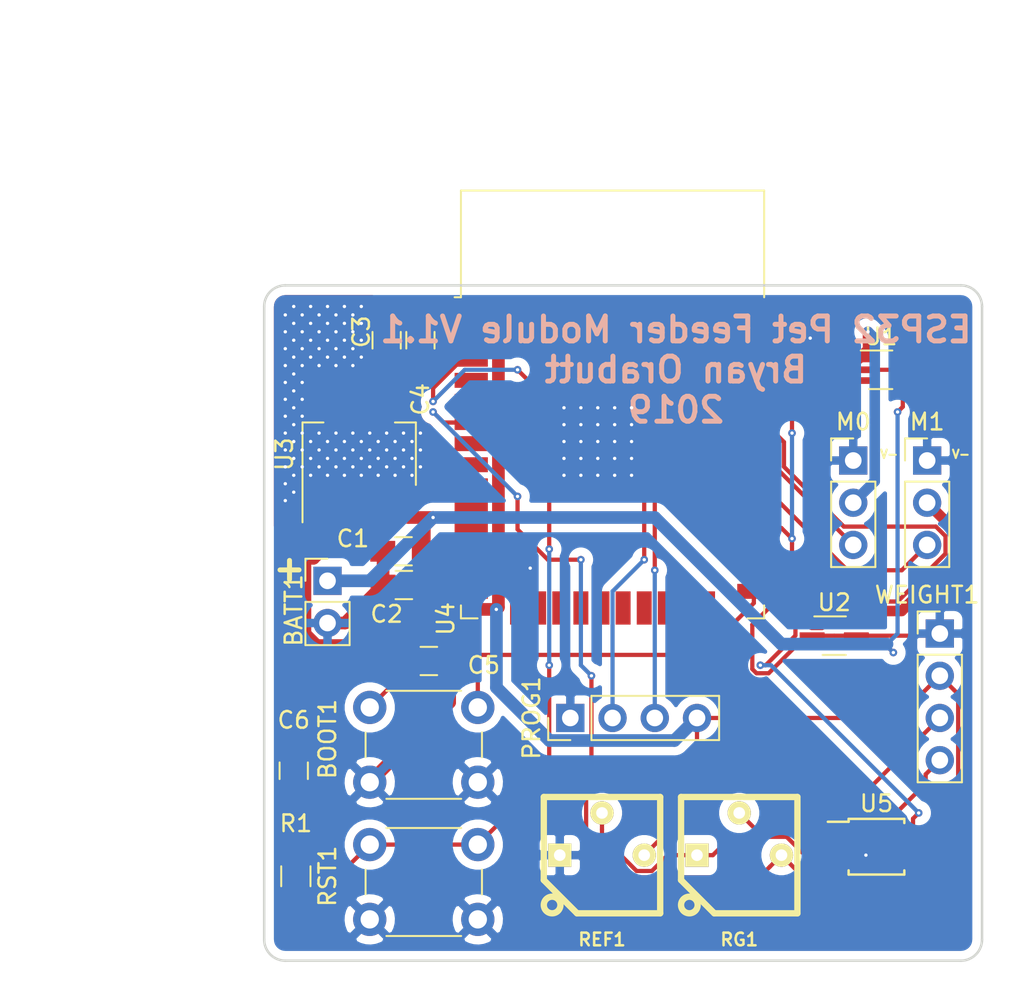
<source format=kicad_pcb>
(kicad_pcb (version 20171130) (host pcbnew 5.1.4)

  (general
    (thickness 1.6)
    (drawings 14)
    (tracks 372)
    (zones 0)
    (modules 21)
    (nets 46)
  )

  (page A4)
  (layers
    (0 F.Cu signal)
    (31 B.Cu signal)
    (32 B.Adhes user)
    (33 F.Adhes user)
    (34 B.Paste user)
    (35 F.Paste user)
    (36 B.SilkS user)
    (37 F.SilkS user)
    (38 B.Mask user)
    (39 F.Mask user)
    (40 Dwgs.User user)
    (41 Cmts.User user)
    (42 Eco1.User user)
    (43 Eco2.User user)
    (44 Edge.Cuts user)
    (45 Margin user)
    (46 B.CrtYd user)
    (47 F.CrtYd user)
    (48 B.Fab user)
    (49 F.Fab user)
  )

  (setup
    (last_trace_width 0.254)
    (trace_clearance 0.127)
    (zone_clearance 0.508)
    (zone_45_only no)
    (trace_min 0.254)
    (via_size 0.4572)
    (via_drill 0.2032)
    (via_min_size 0.4572)
    (via_min_drill 0.2032)
    (uvia_size 0.3)
    (uvia_drill 0.1)
    (uvias_allowed no)
    (uvia_min_size 0.2)
    (uvia_min_drill 0.1)
    (edge_width 0.15)
    (segment_width 0.2)
    (pcb_text_width 0.3)
    (pcb_text_size 1.5 1.5)
    (mod_edge_width 0.15)
    (mod_text_size 1 1)
    (mod_text_width 0.15)
    (pad_size 5 5)
    (pad_drill 0)
    (pad_to_mask_clearance 0.051)
    (solder_mask_min_width 0.25)
    (aux_axis_origin 0 0)
    (visible_elements 7FFFFFFF)
    (pcbplotparams
      (layerselection 0x010fc_ffffffff)
      (usegerberextensions false)
      (usegerberattributes true)
      (usegerberadvancedattributes false)
      (creategerberjobfile false)
      (excludeedgelayer true)
      (linewidth 0.100000)
      (plotframeref false)
      (viasonmask false)
      (mode 1)
      (useauxorigin false)
      (hpglpennumber 1)
      (hpglpenspeed 20)
      (hpglpendiameter 15.000000)
      (psnegative false)
      (psa4output false)
      (plotreference true)
      (plotvalue true)
      (plotinvisibletext false)
      (padsonsilk false)
      (subtractmaskfromsilk false)
      (outputformat 1)
      (mirror false)
      (drillshape 0)
      (scaleselection 1)
      (outputdirectory "pet_feeder_gerber/"))
  )

  (net 0 "")
  (net 1 -BATT)
  (net 2 +BATT)
  (net 3 +3V3)
  (net 4 /GPIO0)
  (net 5 /SRV1_PWM)
  (net 6 /TX)
  (net 7 /RX)
  (net 8 /SRV0_PWM)
  (net 9 "Net-(U1-Pad6)")
  (net 10 "Net-(U2-Pad6)")
  (net 11 "Net-(U4-Pad4)")
  (net 12 "Net-(U4-Pad5)")
  (net 13 "Net-(U4-Pad7)")
  (net 14 "Net-(U4-Pad8)")
  (net 15 "Net-(U4-Pad9)")
  (net 16 "Net-(U4-Pad10)")
  (net 17 "Net-(U4-Pad11)")
  (net 18 "Net-(U4-Pad12)")
  (net 19 "Net-(U4-Pad13)")
  (net 20 "Net-(U4-Pad14)")
  (net 21 "Net-(U4-Pad16)")
  (net 22 "Net-(U4-Pad17)")
  (net 23 "Net-(U4-Pad18)")
  (net 24 "Net-(U4-Pad19)")
  (net 25 "Net-(U4-Pad20)")
  (net 26 "Net-(U4-Pad21)")
  (net 27 "Net-(U4-Pad22)")
  (net 28 "Net-(U4-Pad26)")
  (net 29 /SRV_EN)
  (net 30 "Net-(U4-Pad29)")
  (net 31 "Net-(U4-Pad32)")
  (net 32 "Net-(U4-Pad36)")
  (net 33 "Net-(U4-Pad37)")
  (net 34 /SRV_PWR)
  (net 35 "Net-(U4-Pad27)")
  (net 36 /RST)
  (net 37 /REF)
  (net 38 /RG)
  (net 39 "Net-(U4-Pad23)")
  (net 40 "Net-(U4-Pad24)")
  (net 41 /~WS_EN)
  (net 42 /WS-)
  (net 43 /WS+)
  (net 44 /SRV1_PWR)
  (net 45 /WS_ADC)

  (net_class Default "This is the default net class."
    (clearance 0.127)
    (trace_width 0.254)
    (via_dia 0.4572)
    (via_drill 0.2032)
    (uvia_dia 0.3)
    (uvia_drill 0.1)
    (diff_pair_width 0.254)
    (diff_pair_gap 0.25)
    (add_net +3V3)
    (add_net +BATT)
    (add_net -BATT)
    (add_net /GPIO0)
    (add_net /REF)
    (add_net /RG)
    (add_net /RST)
    (add_net /RX)
    (add_net /SRV0_PWM)
    (add_net /SRV1_PWM)
    (add_net /SRV1_PWR)
    (add_net /SRV_EN)
    (add_net /SRV_PWR)
    (add_net /TX)
    (add_net /WS+)
    (add_net /WS-)
    (add_net /WS_ADC)
    (add_net /~WS_EN)
    (add_net "Net-(U1-Pad6)")
    (add_net "Net-(U2-Pad6)")
    (add_net "Net-(U4-Pad10)")
    (add_net "Net-(U4-Pad11)")
    (add_net "Net-(U4-Pad12)")
    (add_net "Net-(U4-Pad13)")
    (add_net "Net-(U4-Pad14)")
    (add_net "Net-(U4-Pad16)")
    (add_net "Net-(U4-Pad17)")
    (add_net "Net-(U4-Pad18)")
    (add_net "Net-(U4-Pad19)")
    (add_net "Net-(U4-Pad20)")
    (add_net "Net-(U4-Pad21)")
    (add_net "Net-(U4-Pad22)")
    (add_net "Net-(U4-Pad23)")
    (add_net "Net-(U4-Pad24)")
    (add_net "Net-(U4-Pad26)")
    (add_net "Net-(U4-Pad27)")
    (add_net "Net-(U4-Pad29)")
    (add_net "Net-(U4-Pad32)")
    (add_net "Net-(U4-Pad36)")
    (add_net "Net-(U4-Pad37)")
    (add_net "Net-(U4-Pad4)")
    (add_net "Net-(U4-Pad5)")
    (add_net "Net-(U4-Pad7)")
    (add_net "Net-(U4-Pad8)")
    (add_net "Net-(U4-Pad9)")
  )

  (module RF_Module:ESP32-WROOM-32 (layer F.Cu) (tedit 5DB8DFF7) (tstamp 5DCF3509)
    (at 144.145 80.01)
    (descr "Single 2.4 GHz Wi-Fi and Bluetooth combo chip https://www.espressif.com/sites/default/files/documentation/esp32-wroom-32_datasheet_en.pdf")
    (tags "Single 2.4 GHz Wi-Fi and Bluetooth combo  chip")
    (path /5D968643)
    (attr smd)
    (fp_text reference U4 (at -10.033 9.906 90) (layer F.SilkS)
      (effects (font (size 1 1) (thickness 0.15)))
    )
    (fp_text value ESP32-WROOM-32D (at 0 11.5) (layer F.Fab)
      (effects (font (size 1 1) (thickness 0.15)))
    )
    (fp_text user %R (at 0 0) (layer F.Fab)
      (effects (font (size 1 1) (thickness 0.15)))
    )
    (fp_text user "KEEP-OUT ZONE" (at 0 -19) (layer Cmts.User)
      (effects (font (size 1 1) (thickness 0.15)))
    )
    (fp_text user Antenna (at 0 -13) (layer Cmts.User)
      (effects (font (size 1 1) (thickness 0.15)))
    )
    (fp_text user "5 mm" (at 11.8 -14.375) (layer Cmts.User)
      (effects (font (size 0.5 0.5) (thickness 0.1)))
    )
    (fp_text user "5 mm" (at -11.2 -14.375) (layer Cmts.User)
      (effects (font (size 0.5 0.5) (thickness 0.1)))
    )
    (fp_text user "5 mm" (at 7.8 -19.075 90) (layer Cmts.User)
      (effects (font (size 0.5 0.5) (thickness 0.1)))
    )
    (fp_line (start -14 -9.97) (end -14 -20.75) (layer Dwgs.User) (width 0.1))
    (fp_line (start 9 9.76) (end 9 -15.745) (layer F.Fab) (width 0.1))
    (fp_line (start -9 9.76) (end 9 9.76) (layer F.Fab) (width 0.1))
    (fp_line (start -9 -15.745) (end -9 -10.02) (layer F.Fab) (width 0.1))
    (fp_line (start -9 -15.745) (end 9 -15.745) (layer F.Fab) (width 0.1))
    (fp_line (start -9.75 10.5) (end -9.75 -9.72) (layer F.CrtYd) (width 0.05))
    (fp_line (start -9.75 10.5) (end 9.75 10.5) (layer F.CrtYd) (width 0.05))
    (fp_line (start 9.75 -9.72) (end 9.75 10.5) (layer F.CrtYd) (width 0.05))
    (fp_line (start -14.25 -21) (end 14.25 -21) (layer F.CrtYd) (width 0.05))
    (fp_line (start -9 -9.02) (end -9 9.76) (layer F.Fab) (width 0.1))
    (fp_line (start -8.5 -9.52) (end -9 -10.02) (layer F.Fab) (width 0.1))
    (fp_line (start -9 -9.02) (end -8.5 -9.52) (layer F.Fab) (width 0.1))
    (fp_line (start 14 -9.97) (end -14 -9.97) (layer Dwgs.User) (width 0.1))
    (fp_line (start 14 -9.97) (end 14 -20.75) (layer Dwgs.User) (width 0.1))
    (fp_line (start 14 -20.75) (end -14 -20.75) (layer Dwgs.User) (width 0.1))
    (fp_line (start -14.25 -21) (end -14.25 -9.72) (layer F.CrtYd) (width 0.05))
    (fp_line (start 14.25 -21) (end 14.25 -9.72) (layer F.CrtYd) (width 0.05))
    (fp_line (start -14.25 -9.72) (end -9.75 -9.72) (layer F.CrtYd) (width 0.05))
    (fp_line (start 9.75 -9.72) (end 14.25 -9.72) (layer F.CrtYd) (width 0.05))
    (fp_line (start -12.525 -20.75) (end -14 -19.66) (layer Dwgs.User) (width 0.1))
    (fp_line (start -10.525 -20.75) (end -14 -18.045) (layer Dwgs.User) (width 0.1))
    (fp_line (start -8.525 -20.75) (end -14 -16.43) (layer Dwgs.User) (width 0.1))
    (fp_line (start -6.525 -20.75) (end -14 -14.815) (layer Dwgs.User) (width 0.1))
    (fp_line (start -4.525 -20.75) (end -14 -13.2) (layer Dwgs.User) (width 0.1))
    (fp_line (start -2.525 -20.75) (end -14 -11.585) (layer Dwgs.User) (width 0.1))
    (fp_line (start -0.525 -20.75) (end -14 -9.97) (layer Dwgs.User) (width 0.1))
    (fp_line (start 1.475 -20.75) (end -12 -9.97) (layer Dwgs.User) (width 0.1))
    (fp_line (start 3.475 -20.75) (end -10 -9.97) (layer Dwgs.User) (width 0.1))
    (fp_line (start -8 -9.97) (end 5.475 -20.75) (layer Dwgs.User) (width 0.1))
    (fp_line (start 7.475 -20.75) (end -6 -9.97) (layer Dwgs.User) (width 0.1))
    (fp_line (start 9.475 -20.75) (end -4 -9.97) (layer Dwgs.User) (width 0.1))
    (fp_line (start 11.475 -20.75) (end -2 -9.97) (layer Dwgs.User) (width 0.1))
    (fp_line (start 13.475 -20.75) (end 0 -9.97) (layer Dwgs.User) (width 0.1))
    (fp_line (start 14 -19.66) (end 2 -9.97) (layer Dwgs.User) (width 0.1))
    (fp_line (start 14 -18.045) (end 4 -9.97) (layer Dwgs.User) (width 0.1))
    (fp_line (start 14 -16.43) (end 6 -9.97) (layer Dwgs.User) (width 0.1))
    (fp_line (start 14 -14.815) (end 8 -9.97) (layer Dwgs.User) (width 0.1))
    (fp_line (start 14 -13.2) (end 10 -9.97) (layer Dwgs.User) (width 0.1))
    (fp_line (start 14 -11.585) (end 12 -9.97) (layer Dwgs.User) (width 0.1))
    (fp_line (start 9.2 -13.875) (end 13.8 -13.875) (layer Cmts.User) (width 0.1))
    (fp_line (start 13.8 -13.875) (end 13.6 -14.075) (layer Cmts.User) (width 0.1))
    (fp_line (start 13.8 -13.875) (end 13.6 -13.675) (layer Cmts.User) (width 0.1))
    (fp_line (start 9.2 -13.875) (end 9.4 -14.075) (layer Cmts.User) (width 0.1))
    (fp_line (start 9.2 -13.875) (end 9.4 -13.675) (layer Cmts.User) (width 0.1))
    (fp_line (start -13.8 -13.875) (end -13.6 -14.075) (layer Cmts.User) (width 0.1))
    (fp_line (start -13.8 -13.875) (end -13.6 -13.675) (layer Cmts.User) (width 0.1))
    (fp_line (start -9.2 -13.875) (end -9.4 -13.675) (layer Cmts.User) (width 0.1))
    (fp_line (start -13.8 -13.875) (end -9.2 -13.875) (layer Cmts.User) (width 0.1))
    (fp_line (start -9.2 -13.875) (end -9.4 -14.075) (layer Cmts.User) (width 0.1))
    (fp_line (start 8.4 -16) (end 8.2 -16.2) (layer Cmts.User) (width 0.1))
    (fp_line (start 8.4 -16) (end 8.6 -16.2) (layer Cmts.User) (width 0.1))
    (fp_line (start 8.4 -20.6) (end 8.6 -20.4) (layer Cmts.User) (width 0.1))
    (fp_line (start 8.4 -16) (end 8.4 -20.6) (layer Cmts.User) (width 0.1))
    (fp_line (start 8.4 -20.6) (end 8.2 -20.4) (layer Cmts.User) (width 0.1))
    (fp_line (start -9.12 9.1) (end -9.12 9.88) (layer F.SilkS) (width 0.12))
    (fp_line (start -9.12 9.88) (end -8.12 9.88) (layer F.SilkS) (width 0.12))
    (fp_line (start 9.12 9.1) (end 9.12 9.88) (layer F.SilkS) (width 0.12))
    (fp_line (start 9.12 9.88) (end 8.12 9.88) (layer F.SilkS) (width 0.12))
    (fp_line (start -9.12 -15.865) (end 9.12 -15.865) (layer F.SilkS) (width 0.12))
    (fp_line (start 9.12 -15.865) (end 9.12 -9.445) (layer F.SilkS) (width 0.12))
    (fp_line (start -9.12 -15.865) (end -9.12 -9.445) (layer F.SilkS) (width 0.12))
    (fp_line (start -9.12 -9.445) (end -9.5 -9.445) (layer F.SilkS) (width 0.12))
    (pad 39 smd rect (at -1 -0.755) (size 5 5) (layers F.Cu F.Paste F.Mask)
      (net 1 -BATT))
    (pad 1 smd rect (at -8.5 -8.255) (size 2 0.9) (layers F.Cu F.Paste F.Mask)
      (net 1 -BATT))
    (pad 2 smd rect (at -8.5 -6.985) (size 2 0.9) (layers F.Cu F.Paste F.Mask)
      (net 3 +3V3))
    (pad 3 smd rect (at -8.5 -5.715) (size 2 0.9) (layers F.Cu F.Paste F.Mask)
      (net 36 /RST))
    (pad 4 smd rect (at -8.5 -4.445) (size 2 0.9) (layers F.Cu F.Paste F.Mask)
      (net 11 "Net-(U4-Pad4)"))
    (pad 5 smd rect (at -8.5 -3.175) (size 2 0.9) (layers F.Cu F.Paste F.Mask)
      (net 12 "Net-(U4-Pad5)"))
    (pad 6 smd rect (at -8.5 -1.905) (size 2 0.9) (layers F.Cu F.Paste F.Mask)
      (net 45 /WS_ADC))
    (pad 7 smd rect (at -8.5 -0.635) (size 2 0.9) (layers F.Cu F.Paste F.Mask)
      (net 13 "Net-(U4-Pad7)"))
    (pad 8 smd rect (at -8.5 0.635) (size 2 0.9) (layers F.Cu F.Paste F.Mask)
      (net 14 "Net-(U4-Pad8)"))
    (pad 9 smd rect (at -8.5 1.905) (size 2 0.9) (layers F.Cu F.Paste F.Mask)
      (net 15 "Net-(U4-Pad9)"))
    (pad 10 smd rect (at -8.5 3.175) (size 2 0.9) (layers F.Cu F.Paste F.Mask)
      (net 16 "Net-(U4-Pad10)"))
    (pad 11 smd rect (at -8.5 4.445) (size 2 0.9) (layers F.Cu F.Paste F.Mask)
      (net 17 "Net-(U4-Pad11)"))
    (pad 12 smd rect (at -8.5 5.715) (size 2 0.9) (layers F.Cu F.Paste F.Mask)
      (net 18 "Net-(U4-Pad12)"))
    (pad 13 smd rect (at -8.5 6.985) (size 2 0.9) (layers F.Cu F.Paste F.Mask)
      (net 19 "Net-(U4-Pad13)"))
    (pad 14 smd rect (at -8.5 8.255) (size 2 0.9) (layers F.Cu F.Paste F.Mask)
      (net 20 "Net-(U4-Pad14)"))
    (pad 15 smd rect (at -5.715 9.255 90) (size 2 0.9) (layers F.Cu F.Paste F.Mask)
      (net 1 -BATT))
    (pad 16 smd rect (at -4.445 9.255 90) (size 2 0.9) (layers F.Cu F.Paste F.Mask)
      (net 21 "Net-(U4-Pad16)"))
    (pad 17 smd rect (at -3.175 9.255 90) (size 2 0.9) (layers F.Cu F.Paste F.Mask)
      (net 22 "Net-(U4-Pad17)"))
    (pad 18 smd rect (at -1.905 9.255 90) (size 2 0.9) (layers F.Cu F.Paste F.Mask)
      (net 23 "Net-(U4-Pad18)"))
    (pad 19 smd rect (at -0.635 9.255 90) (size 2 0.9) (layers F.Cu F.Paste F.Mask)
      (net 24 "Net-(U4-Pad19)"))
    (pad 20 smd rect (at 0.635 9.255 90) (size 2 0.9) (layers F.Cu F.Paste F.Mask)
      (net 25 "Net-(U4-Pad20)"))
    (pad 21 smd rect (at 1.905 9.255 90) (size 2 0.9) (layers F.Cu F.Paste F.Mask)
      (net 26 "Net-(U4-Pad21)"))
    (pad 22 smd rect (at 3.175 9.255 90) (size 2 0.9) (layers F.Cu F.Paste F.Mask)
      (net 27 "Net-(U4-Pad22)"))
    (pad 23 smd rect (at 4.445 9.255 90) (size 2 0.9) (layers F.Cu F.Paste F.Mask)
      (net 39 "Net-(U4-Pad23)"))
    (pad 24 smd rect (at 5.715 9.255 90) (size 2 0.9) (layers F.Cu F.Paste F.Mask)
      (net 40 "Net-(U4-Pad24)"))
    (pad 25 smd rect (at 8.5 8.255) (size 2 0.9) (layers F.Cu F.Paste F.Mask)
      (net 4 /GPIO0))
    (pad 26 smd rect (at 8.5 6.985) (size 2 0.9) (layers F.Cu F.Paste F.Mask)
      (net 28 "Net-(U4-Pad26)"))
    (pad 27 smd rect (at 8.5 5.715) (size 2 0.9) (layers F.Cu F.Paste F.Mask)
      (net 35 "Net-(U4-Pad27)"))
    (pad 28 smd rect (at 8.5 4.445) (size 2 0.9) (layers F.Cu F.Paste F.Mask)
      (net 29 /SRV_EN))
    (pad 29 smd rect (at 8.5 3.175) (size 2 0.9) (layers F.Cu F.Paste F.Mask)
      (net 30 "Net-(U4-Pad29)"))
    (pad 30 smd rect (at 8.5 1.905) (size 2 0.9) (layers F.Cu F.Paste F.Mask)
      (net 5 /SRV1_PWM))
    (pad 31 smd rect (at 8.5 0.635) (size 2 0.9) (layers F.Cu F.Paste F.Mask)
      (net 8 /SRV0_PWM))
    (pad 32 smd rect (at 8.5 -0.635) (size 2 0.9) (layers F.Cu F.Paste F.Mask)
      (net 31 "Net-(U4-Pad32)"))
    (pad 33 smd rect (at 8.5 -1.905) (size 2 0.9) (layers F.Cu F.Paste F.Mask)
      (net 41 /~WS_EN))
    (pad 34 smd rect (at 8.5 -3.175) (size 2 0.9) (layers F.Cu F.Paste F.Mask)
      (net 7 /RX))
    (pad 35 smd rect (at 8.5 -4.445) (size 2 0.9) (layers F.Cu F.Paste F.Mask)
      (net 6 /TX))
    (pad 36 smd rect (at 8.5 -5.715) (size 2 0.9) (layers F.Cu F.Paste F.Mask)
      (net 32 "Net-(U4-Pad36)"))
    (pad 37 smd rect (at 8.5 -6.985) (size 2 0.9) (layers F.Cu F.Paste F.Mask)
      (net 33 "Net-(U4-Pad37)"))
    (pad 38 smd rect (at 8.5 -8.255) (size 2 0.9) (layers F.Cu F.Paste F.Mask)
      (net 1 -BATT))
    (model ${KISYS3DMOD}/RF_Module.3dshapes/ESP32-WROOM-32.wrl
      (at (xyz 0 0 0))
      (scale (xyz 1 1 1))
      (rotate (xyz 0 0 0))
    )
  )

  (module Capacitors_SMD:C_0805_HandSoldering (layer F.Cu) (tedit 58AA84A8) (tstamp 5DCF334C)
    (at 131.572 85.852 180)
    (descr "Capacitor SMD 0805, hand soldering")
    (tags "capacitor 0805")
    (path /5DA3BFA5)
    (attr smd)
    (fp_text reference C1 (at 3.048 0.762 180) (layer F.SilkS)
      (effects (font (size 1 1) (thickness 0.15)))
    )
    (fp_text value 4.7u (at 0 1.75 180) (layer F.Fab)
      (effects (font (size 1 1) (thickness 0.15)))
    )
    (fp_line (start 2.25 0.87) (end -2.25 0.87) (layer F.CrtYd) (width 0.05))
    (fp_line (start 2.25 0.87) (end 2.25 -0.88) (layer F.CrtYd) (width 0.05))
    (fp_line (start -2.25 -0.88) (end -2.25 0.87) (layer F.CrtYd) (width 0.05))
    (fp_line (start -2.25 -0.88) (end 2.25 -0.88) (layer F.CrtYd) (width 0.05))
    (fp_line (start -0.5 0.85) (end 0.5 0.85) (layer F.SilkS) (width 0.12))
    (fp_line (start 0.5 -0.85) (end -0.5 -0.85) (layer F.SilkS) (width 0.12))
    (fp_line (start -1 -0.62) (end 1 -0.62) (layer F.Fab) (width 0.1))
    (fp_line (start 1 -0.62) (end 1 0.62) (layer F.Fab) (width 0.1))
    (fp_line (start 1 0.62) (end -1 0.62) (layer F.Fab) (width 0.1))
    (fp_line (start -1 0.62) (end -1 -0.62) (layer F.Fab) (width 0.1))
    (fp_text user %R (at 0 -1.75 180) (layer F.Fab)
      (effects (font (size 1 1) (thickness 0.15)))
    )
    (pad 2 smd rect (at 1.25 0 180) (size 1.5 1.25) (layers F.Cu F.Paste F.Mask)
      (net 1 -BATT))
    (pad 1 smd rect (at -1.25 0 180) (size 1.5 1.25) (layers F.Cu F.Paste F.Mask)
      (net 2 +BATT))
    (model Capacitors_SMD.3dshapes/C_0805.wrl
      (at (xyz 0 0 0))
      (scale (xyz 1 1 1))
      (rotate (xyz 0 0 0))
    )
  )

  (module Capacitors_SMD:C_0805_HandSoldering (layer F.Cu) (tedit 58AA84A8) (tstamp 5DCF335D)
    (at 131.592 87.884 180)
    (descr "Capacitor SMD 0805, hand soldering")
    (tags "capacitor 0805")
    (path /5DA3CE8C)
    (attr smd)
    (fp_text reference C2 (at 1.036 -1.75 180) (layer F.SilkS)
      (effects (font (size 1 1) (thickness 0.15)))
    )
    (fp_text value 4.7u (at 0 1.75 180) (layer F.Fab)
      (effects (font (size 1 1) (thickness 0.15)))
    )
    (fp_text user %R (at 0 -1.75 180) (layer F.Fab)
      (effects (font (size 1 1) (thickness 0.15)))
    )
    (fp_line (start -1 0.62) (end -1 -0.62) (layer F.Fab) (width 0.1))
    (fp_line (start 1 0.62) (end -1 0.62) (layer F.Fab) (width 0.1))
    (fp_line (start 1 -0.62) (end 1 0.62) (layer F.Fab) (width 0.1))
    (fp_line (start -1 -0.62) (end 1 -0.62) (layer F.Fab) (width 0.1))
    (fp_line (start 0.5 -0.85) (end -0.5 -0.85) (layer F.SilkS) (width 0.12))
    (fp_line (start -0.5 0.85) (end 0.5 0.85) (layer F.SilkS) (width 0.12))
    (fp_line (start -2.25 -0.88) (end 2.25 -0.88) (layer F.CrtYd) (width 0.05))
    (fp_line (start -2.25 -0.88) (end -2.25 0.87) (layer F.CrtYd) (width 0.05))
    (fp_line (start 2.25 0.87) (end 2.25 -0.88) (layer F.CrtYd) (width 0.05))
    (fp_line (start 2.25 0.87) (end -2.25 0.87) (layer F.CrtYd) (width 0.05))
    (pad 1 smd rect (at -1.25 0 180) (size 1.5 1.25) (layers F.Cu F.Paste F.Mask)
      (net 3 +3V3))
    (pad 2 smd rect (at 1.25 0 180) (size 1.5 1.25) (layers F.Cu F.Paste F.Mask)
      (net 1 -BATT))
    (model Capacitors_SMD.3dshapes/C_0805.wrl
      (at (xyz 0 0 0))
      (scale (xyz 1 1 1))
      (rotate (xyz 0 0 0))
    )
  )

  (module Capacitors_SMD:C_0805_HandSoldering (layer F.Cu) (tedit 5DA281E7) (tstamp 5DCF336E)
    (at 133.096 92.456)
    (descr "Capacitor SMD 0805, hand soldering")
    (tags "capacitor 0805")
    (path /5D97D367)
    (attr smd)
    (fp_text reference C5 (at 3.302 0.254 unlocked) (layer F.SilkS)
      (effects (font (size 1 1) (thickness 0.15)))
    )
    (fp_text value 100n (at 0 1.75) (layer F.Fab)
      (effects (font (size 1 1) (thickness 0.15)))
    )
    (fp_text user %R (at 0 -1.75) (layer F.Fab)
      (effects (font (size 1 1) (thickness 0.15)))
    )
    (fp_line (start -1 0.62) (end -1 -0.62) (layer F.Fab) (width 0.1))
    (fp_line (start 1 0.62) (end -1 0.62) (layer F.Fab) (width 0.1))
    (fp_line (start 1 -0.62) (end 1 0.62) (layer F.Fab) (width 0.1))
    (fp_line (start -1 -0.62) (end 1 -0.62) (layer F.Fab) (width 0.1))
    (fp_line (start 0.5 -0.85) (end -0.5 -0.85) (layer F.SilkS) (width 0.12))
    (fp_line (start -0.5 0.85) (end 0.5 0.85) (layer F.SilkS) (width 0.12))
    (fp_line (start -2.25 -0.88) (end 2.25 -0.88) (layer F.CrtYd) (width 0.05))
    (fp_line (start -2.25 -0.88) (end -2.25 0.87) (layer F.CrtYd) (width 0.05))
    (fp_line (start 2.25 0.87) (end 2.25 -0.88) (layer F.CrtYd) (width 0.05))
    (fp_line (start 2.25 0.87) (end -2.25 0.87) (layer F.CrtYd) (width 0.05))
    (pad 1 smd rect (at -1.25 0) (size 1.5 1.25) (layers F.Cu F.Paste F.Mask)
      (net 4 /GPIO0))
    (pad 2 smd rect (at 1.25 0) (size 1.5 1.25) (layers F.Cu F.Paste F.Mask)
      (net 1 -BATT))
    (model Capacitors_SMD.3dshapes/C_0805.wrl
      (at (xyz 0 0 0))
      (scale (xyz 1 1 1))
      (rotate (xyz 0 0 0))
    )
  )

  (module Capacitors_SMD:C_0805_HandSoldering (layer F.Cu) (tedit 58AA84A8) (tstamp 5DCF337F)
    (at 132.588 73.152 270)
    (descr "Capacitor SMD 0805, hand soldering")
    (tags "capacitor 0805")
    (path /5DA44075)
    (attr smd)
    (fp_text reference C4 (at 3.556 0 270) (layer F.SilkS)
      (effects (font (size 1 1) (thickness 0.15)))
    )
    (fp_text value 22u (at 0 1.75 270) (layer F.Fab)
      (effects (font (size 1 1) (thickness 0.15)))
    )
    (fp_text user %R (at 0 -1.75 270) (layer F.Fab)
      (effects (font (size 1 1) (thickness 0.15)))
    )
    (fp_line (start -1 0.62) (end -1 -0.62) (layer F.Fab) (width 0.1))
    (fp_line (start 1 0.62) (end -1 0.62) (layer F.Fab) (width 0.1))
    (fp_line (start 1 -0.62) (end 1 0.62) (layer F.Fab) (width 0.1))
    (fp_line (start -1 -0.62) (end 1 -0.62) (layer F.Fab) (width 0.1))
    (fp_line (start 0.5 -0.85) (end -0.5 -0.85) (layer F.SilkS) (width 0.12))
    (fp_line (start -0.5 0.85) (end 0.5 0.85) (layer F.SilkS) (width 0.12))
    (fp_line (start -2.25 -0.88) (end 2.25 -0.88) (layer F.CrtYd) (width 0.05))
    (fp_line (start -2.25 -0.88) (end -2.25 0.87) (layer F.CrtYd) (width 0.05))
    (fp_line (start 2.25 0.87) (end 2.25 -0.88) (layer F.CrtYd) (width 0.05))
    (fp_line (start 2.25 0.87) (end -2.25 0.87) (layer F.CrtYd) (width 0.05))
    (pad 1 smd rect (at -1.25 0 270) (size 1.5 1.25) (layers F.Cu F.Paste F.Mask)
      (net 1 -BATT))
    (pad 2 smd rect (at 1.25 0 270) (size 1.5 1.25) (layers F.Cu F.Paste F.Mask)
      (net 3 +3V3))
    (model Capacitors_SMD.3dshapes/C_0805.wrl
      (at (xyz 0 0 0))
      (scale (xyz 1 1 1))
      (rotate (xyz 0 0 0))
    )
  )

  (module Capacitors_SMD:C_0805_HandSoldering (layer F.Cu) (tedit 5DA28196) (tstamp 5DCF3390)
    (at 130.556 73.152 270)
    (descr "Capacitor SMD 0805, hand soldering")
    (tags "capacitor 0805")
    (path /5DA440F3)
    (attr smd)
    (fp_text reference C3 (at -0.508 1.524 270) (layer F.SilkS)
      (effects (font (size 1 1) (thickness 0.15)))
    )
    (fp_text value 100n (at 0 1.75 270) (layer F.Fab)
      (effects (font (size 1 1) (thickness 0.15)))
    )
    (fp_text user %R (at 0 -1.75 270) (layer F.Fab)
      (effects (font (size 1 1) (thickness 0.15)))
    )
    (fp_line (start -1 0.62) (end -1 -0.62) (layer F.Fab) (width 0.1))
    (fp_line (start 1 0.62) (end -1 0.62) (layer F.Fab) (width 0.1))
    (fp_line (start 1 -0.62) (end 1 0.62) (layer F.Fab) (width 0.1))
    (fp_line (start -1 -0.62) (end 1 -0.62) (layer F.Fab) (width 0.1))
    (fp_line (start 0.5 -0.85) (end -0.5 -0.85) (layer F.SilkS) (width 0.12))
    (fp_line (start -0.5 0.85) (end 0.5 0.85) (layer F.SilkS) (width 0.12))
    (fp_line (start -2.25 -0.88) (end 2.25 -0.88) (layer F.CrtYd) (width 0.05))
    (fp_line (start -2.25 -0.88) (end -2.25 0.87) (layer F.CrtYd) (width 0.05))
    (fp_line (start 2.25 0.87) (end 2.25 -0.88) (layer F.CrtYd) (width 0.05))
    (fp_line (start 2.25 0.87) (end -2.25 0.87) (layer F.CrtYd) (width 0.05))
    (pad 1 smd rect (at -1.25 0 270) (size 1.5 1.25) (layers F.Cu F.Paste F.Mask)
      (net 1 -BATT))
    (pad 2 smd rect (at 1.25 0 270) (size 1.5 1.25) (layers F.Cu F.Paste F.Mask)
      (net 3 +3V3))
    (model Capacitors_SMD.3dshapes/C_0805.wrl
      (at (xyz 0 0 0))
      (scale (xyz 1 1 1))
      (rotate (xyz 0 0 0))
    )
  )

  (module Pin_Headers:Pin_Header_Straight_1x03_Pitch2.54mm (layer F.Cu) (tedit 5DA27F1D) (tstamp 5DCF33BD)
    (at 163.068 80.391)
    (descr "Through hole straight pin header, 1x03, 2.54mm pitch, single row")
    (tags "Through hole pin header THT 1x03 2.54mm single row")
    (path /5D79A1DD)
    (fp_text reference M1 (at 0 -2.33) (layer F.SilkS)
      (effects (font (size 1 1) (thickness 0.15)))
    )
    (fp_text value M1 (at 0 7.41) (layer F.Fab)
      (effects (font (size 1 1) (thickness 0.15)))
    )
    (fp_line (start -0.635 -1.27) (end 1.27 -1.27) (layer F.Fab) (width 0.1))
    (fp_line (start 1.27 -1.27) (end 1.27 6.35) (layer F.Fab) (width 0.1))
    (fp_line (start 1.27 6.35) (end -1.27 6.35) (layer F.Fab) (width 0.1))
    (fp_line (start -1.27 6.35) (end -1.27 -0.635) (layer F.Fab) (width 0.1))
    (fp_line (start -1.27 -0.635) (end -0.635 -1.27) (layer F.Fab) (width 0.1))
    (fp_line (start -1.33 6.41) (end 1.33 6.41) (layer F.SilkS) (width 0.12))
    (fp_line (start -1.33 1.27) (end -1.33 6.41) (layer F.SilkS) (width 0.12))
    (fp_line (start 1.33 1.27) (end 1.33 6.41) (layer F.SilkS) (width 0.12))
    (fp_line (start -1.33 1.27) (end 1.33 1.27) (layer F.SilkS) (width 0.12))
    (fp_line (start -1.33 0) (end -1.33 -1.33) (layer F.SilkS) (width 0.12))
    (fp_line (start -1.33 -1.33) (end 0 -1.33) (layer F.SilkS) (width 0.12))
    (fp_line (start -1.8 -1.8) (end -1.8 6.85) (layer F.CrtYd) (width 0.05))
    (fp_line (start -1.8 6.85) (end 1.8 6.85) (layer F.CrtYd) (width 0.05))
    (fp_line (start 1.8 6.85) (end 1.8 -1.8) (layer F.CrtYd) (width 0.05))
    (fp_line (start 1.8 -1.8) (end -1.8 -1.8) (layer F.CrtYd) (width 0.05))
    (fp_text user %R (at 0 2.54 90) (layer F.Fab)
      (effects (font (size 1 1) (thickness 0.15)))
    )
    (pad 1 thru_hole rect (at 0 0) (size 1.7 1.7) (drill 1) (layers *.Cu *.Mask)
      (net 1 -BATT))
    (pad 2 thru_hole oval (at 0 2.54) (size 1.7 1.7) (drill 1) (layers *.Cu *.Mask)
      (net 44 /SRV1_PWR))
    (pad 3 thru_hole oval (at 0 5.08) (size 1.7 1.7) (drill 1) (layers *.Cu *.Mask)
      (net 5 /SRV1_PWM))
    (model ${KISYS3DMOD}/Pin_Headers.3dshapes/Pin_Header_Straight_1x03_Pitch2.54mm.wrl
      (at (xyz 0 0 0))
      (scale (xyz 1 1 1))
      (rotate (xyz 0 0 0))
    )
  )

  (module Pin_Headers:Pin_Header_Straight_1x03_Pitch2.54mm (layer F.Cu) (tedit 5DA24C3D) (tstamp 5DCF3439)
    (at 158.623 80.391)
    (descr "Through hole straight pin header, 1x03, 2.54mm pitch, single row")
    (tags "Through hole pin header THT 1x03 2.54mm single row")
    (path /5DA43E32)
    (fp_text reference M0 (at 0 -2.33) (layer F.SilkS)
      (effects (font (size 1 1) (thickness 0.15)))
    )
    (fp_text value M0 (at 0 7.41) (layer F.Fab)
      (effects (font (size 1 1) (thickness 0.15)))
    )
    (fp_text user %R (at 0 2.54 90) (layer F.Fab)
      (effects (font (size 1 1) (thickness 0.15)))
    )
    (fp_line (start 1.8 -1.8) (end -1.8 -1.8) (layer F.CrtYd) (width 0.05))
    (fp_line (start 1.8 6.85) (end 1.8 -1.8) (layer F.CrtYd) (width 0.05))
    (fp_line (start -1.8 6.85) (end 1.8 6.85) (layer F.CrtYd) (width 0.05))
    (fp_line (start -1.8 -1.8) (end -1.8 6.85) (layer F.CrtYd) (width 0.05))
    (fp_line (start -1.33 -1.33) (end 0 -1.33) (layer F.SilkS) (width 0.12))
    (fp_line (start -1.33 0) (end -1.33 -1.33) (layer F.SilkS) (width 0.12))
    (fp_line (start -1.33 1.27) (end 1.33 1.27) (layer F.SilkS) (width 0.12))
    (fp_line (start 1.33 1.27) (end 1.33 6.41) (layer F.SilkS) (width 0.12))
    (fp_line (start -1.33 1.27) (end -1.33 6.41) (layer F.SilkS) (width 0.12))
    (fp_line (start -1.33 6.41) (end 1.33 6.41) (layer F.SilkS) (width 0.12))
    (fp_line (start -1.27 -0.635) (end -0.635 -1.27) (layer F.Fab) (width 0.1))
    (fp_line (start -1.27 6.35) (end -1.27 -0.635) (layer F.Fab) (width 0.1))
    (fp_line (start 1.27 6.35) (end -1.27 6.35) (layer F.Fab) (width 0.1))
    (fp_line (start 1.27 -1.27) (end 1.27 6.35) (layer F.Fab) (width 0.1))
    (fp_line (start -0.635 -1.27) (end 1.27 -1.27) (layer F.Fab) (width 0.1))
    (pad 3 thru_hole oval (at 0 5.08) (size 1.7 1.7) (drill 1) (layers *.Cu *.Mask)
      (net 8 /SRV0_PWM))
    (pad 2 thru_hole oval (at 0 2.54) (size 1.7 1.7) (drill 1) (layers *.Cu *.Mask)
      (net 34 /SRV_PWR))
    (pad 1 thru_hole rect (at 0 0) (size 1.7 1.7) (drill 1) (layers *.Cu *.Mask)
      (net 1 -BATT))
    (model ${KISYS3DMOD}/Pin_Headers.3dshapes/Pin_Header_Straight_1x03_Pitch2.54mm.wrl
      (at (xyz 0 0 0))
      (scale (xyz 1 1 1))
      (rotate (xyz 0 0 0))
    )
  )

  (module Package_TO_SOT_SMD:SOT-363_SC-70-6_Handsoldering (layer F.Cu) (tedit 5DA27EEF) (tstamp 5DCF346E)
    (at 160.274 74.93)
    (descr "SOT-363, SC-70-6, Handsoldering")
    (tags "SOT-363 SC-70-6 Handsoldering")
    (path /5D967005)
    (attr smd)
    (fp_text reference U1 (at 0 -2) (layer F.SilkS)
      (effects (font (size 1 1) (thickness 0.15)))
    )
    (fp_text value SiP32431 (at 0 2 180) (layer F.Fab)
      (effects (font (size 1 1) (thickness 0.15)))
    )
    (fp_text user %R (at 0 0 90) (layer F.Fab)
      (effects (font (size 0.5 0.5) (thickness 0.075)))
    )
    (fp_line (start -2.4 1.4) (end 2.4 1.4) (layer F.CrtYd) (width 0.05))
    (fp_line (start 0.7 -1.16) (end -1.2 -1.16) (layer F.SilkS) (width 0.12))
    (fp_line (start -0.7 1.16) (end 0.7 1.16) (layer F.SilkS) (width 0.12))
    (fp_line (start 2.4 1.4) (end 2.4 -1.4) (layer F.CrtYd) (width 0.05))
    (fp_line (start -2.4 -1.4) (end -2.4 1.4) (layer F.CrtYd) (width 0.05))
    (fp_line (start -2.4 -1.4) (end 2.4 -1.4) (layer F.CrtYd) (width 0.05))
    (fp_line (start 0.675 -1.1) (end -0.175 -1.1) (layer F.Fab) (width 0.1))
    (fp_line (start -0.675 -0.6) (end -0.675 1.1) (layer F.Fab) (width 0.1))
    (fp_line (start 0.675 -1.1) (end 0.675 1.1) (layer F.Fab) (width 0.1))
    (fp_line (start 0.675 1.1) (end -0.675 1.1) (layer F.Fab) (width 0.1))
    (fp_line (start -0.175 -1.1) (end -0.675 -0.6) (layer F.Fab) (width 0.1))
    (pad 1 smd rect (at -1.33 -0.65) (size 1.5 0.4) (layers F.Cu F.Paste F.Mask)
      (net 34 /SRV_PWR))
    (pad 2 smd rect (at -1.33 0) (size 1.5 0.4) (layers F.Cu F.Paste F.Mask)
      (net 1 -BATT))
    (pad 3 smd rect (at -1.33 0.65) (size 1.5 0.4) (layers F.Cu F.Paste F.Mask)
      (net 29 /SRV_EN))
    (pad 4 smd rect (at 1.33 0.65) (size 1.5 0.4) (layers F.Cu F.Paste F.Mask)
      (net 2 +BATT))
    (pad 5 smd rect (at 1.33 0) (size 1.5 0.4) (layers F.Cu F.Paste F.Mask)
      (net 1 -BATT))
    (pad 6 smd rect (at 1.33 -0.65) (size 1.5 0.4) (layers F.Cu F.Paste F.Mask)
      (net 9 "Net-(U1-Pad6)"))
    (model ${KISYS3DMOD}/Package_TO_SOT_SMD.3dshapes/SOT-363_SC-70-6.wrl
      (at (xyz 0 0 0))
      (scale (xyz 1 1 1))
      (rotate (xyz 0 0 0))
    )
  )

  (module Package_TO_SOT_SMD:SOT-363_SC-70-6_Handsoldering (layer F.Cu) (tedit 5A02FF57) (tstamp 5DCF70DE)
    (at 157.48 90.932)
    (descr "SOT-363, SC-70-6, Handsoldering")
    (tags "SOT-363 SC-70-6 Handsoldering")
    (path /5DA2B4F7)
    (attr smd)
    (fp_text reference U2 (at 0 -2) (layer F.SilkS)
      (effects (font (size 1 1) (thickness 0.15)))
    )
    (fp_text value SiP32431 (at 0 2 180) (layer F.Fab)
      (effects (font (size 1 1) (thickness 0.15)))
    )
    (fp_line (start -0.175 -1.1) (end -0.675 -0.6) (layer F.Fab) (width 0.1))
    (fp_line (start 0.675 1.1) (end -0.675 1.1) (layer F.Fab) (width 0.1))
    (fp_line (start 0.675 -1.1) (end 0.675 1.1) (layer F.Fab) (width 0.1))
    (fp_line (start -0.675 -0.6) (end -0.675 1.1) (layer F.Fab) (width 0.1))
    (fp_line (start 0.675 -1.1) (end -0.175 -1.1) (layer F.Fab) (width 0.1))
    (fp_line (start -2.4 -1.4) (end 2.4 -1.4) (layer F.CrtYd) (width 0.05))
    (fp_line (start -2.4 -1.4) (end -2.4 1.4) (layer F.CrtYd) (width 0.05))
    (fp_line (start 2.4 1.4) (end 2.4 -1.4) (layer F.CrtYd) (width 0.05))
    (fp_line (start -0.7 1.16) (end 0.7 1.16) (layer F.SilkS) (width 0.12))
    (fp_line (start 0.7 -1.16) (end -1.2 -1.16) (layer F.SilkS) (width 0.12))
    (fp_line (start -2.4 1.4) (end 2.4 1.4) (layer F.CrtYd) (width 0.05))
    (fp_text user %R (at 0 0 90) (layer F.Fab)
      (effects (font (size 0.5 0.5) (thickness 0.075)))
    )
    (pad 6 smd rect (at 1.33 -0.65) (size 1.5 0.4) (layers F.Cu F.Paste F.Mask)
      (net 10 "Net-(U2-Pad6)"))
    (pad 5 smd rect (at 1.33 0) (size 1.5 0.4) (layers F.Cu F.Paste F.Mask)
      (net 1 -BATT))
    (pad 4 smd rect (at 1.33 0.65) (size 1.5 0.4) (layers F.Cu F.Paste F.Mask)
      (net 2 +BATT))
    (pad 3 smd rect (at -1.33 0.65) (size 1.5 0.4) (layers F.Cu F.Paste F.Mask)
      (net 29 /SRV_EN))
    (pad 2 smd rect (at -1.33 0) (size 1.5 0.4) (layers F.Cu F.Paste F.Mask)
      (net 1 -BATT))
    (pad 1 smd rect (at -1.33 -0.65) (size 1.5 0.4) (layers F.Cu F.Paste F.Mask)
      (net 44 /SRV1_PWR))
    (model ${KISYS3DMOD}/Package_TO_SOT_SMD.3dshapes/SOT-363_SC-70-6.wrl
      (at (xyz 0 0 0))
      (scale (xyz 1 1 1))
      (rotate (xyz 0 0 0))
    )
  )

  (module Package_TO_SOT_SMD:SOT-223-3_TabPin2 (layer F.Cu) (tedit 5DB8DF1C) (tstamp 5DCF349A)
    (at 128.905 80.01 90)
    (descr "module CMS SOT223 4 pins")
    (tags "CMS SOT")
    (path /5DA38A23)
    (attr smd)
    (fp_text reference U3 (at 0 -4.5 90) (layer F.SilkS)
      (effects (font (size 1 1) (thickness 0.15)))
    )
    (fp_text value AP7361C-33E (at 0 4.5 90) (layer F.Fab)
      (effects (font (size 1 1) (thickness 0.15)))
    )
    (fp_text user %R (at 0 0 180) (layer F.Fab)
      (effects (font (size 0.8 0.8) (thickness 0.12)))
    )
    (fp_line (start 1.91 3.41) (end 1.91 2.15) (layer F.SilkS) (width 0.12))
    (fp_line (start 1.91 -3.41) (end 1.91 -2.15) (layer F.SilkS) (width 0.12))
    (fp_line (start 4.4 -3.6) (end -4.4 -3.6) (layer F.CrtYd) (width 0.05))
    (fp_line (start 4.4 3.6) (end 4.4 -3.6) (layer F.CrtYd) (width 0.05))
    (fp_line (start -4.4 3.6) (end 4.4 3.6) (layer F.CrtYd) (width 0.05))
    (fp_line (start -4.4 -3.6) (end -4.4 3.6) (layer F.CrtYd) (width 0.05))
    (fp_line (start -1.85 -2.35) (end -0.85 -3.35) (layer F.Fab) (width 0.1))
    (fp_line (start -1.85 -2.35) (end -1.85 3.35) (layer F.Fab) (width 0.1))
    (fp_line (start -1.85 3.41) (end 1.91 3.41) (layer F.SilkS) (width 0.12))
    (fp_line (start -0.85 -3.35) (end 1.85 -3.35) (layer F.Fab) (width 0.1))
    (fp_line (start -4.1 -3.41) (end 1.91 -3.41) (layer F.SilkS) (width 0.12))
    (fp_line (start -1.85 3.35) (end 1.85 3.35) (layer F.Fab) (width 0.1))
    (fp_line (start 1.85 -3.35) (end 1.85 3.35) (layer F.Fab) (width 0.1))
    (pad 2 smd rect (at 3.15 0 90) (size 2 3.8) (layers F.Cu F.Paste F.Mask)
      (net 3 +3V3))
    (pad 2 smd rect (at -3.15 0 90) (size 2 1.5) (layers F.Cu F.Paste F.Mask)
      (net 3 +3V3))
    (pad 3 smd rect (at -3.15 2.3 90) (size 2 1.5) (layers F.Cu F.Paste F.Mask)
      (net 2 +BATT))
    (pad 1 smd rect (at -3.15 -2.3 90) (size 2 1.5) (layers F.Cu F.Paste F.Mask)
      (net 1 -BATT))
    (model ${KISYS3DMOD}/Package_TO_SOT_SMD.3dshapes/SOT-223.wrl
      (at (xyz 0 0 0))
      (scale (xyz 1 1 1))
      (rotate (xyz 0 0 0))
    )
  )

  (module Pin_Headers:Pin_Header_Straight_1x02_Pitch2.54mm (layer F.Cu) (tedit 59650532) (tstamp 5E273FB8)
    (at 127 87.63)
    (descr "Through hole straight pin header, 1x02, 2.54mm pitch, single row")
    (tags "Through hole pin header THT 1x02 2.54mm single row")
    (path /5D79A2A5)
    (fp_text reference BATT1 (at -2.032 1.778 90) (layer F.SilkS)
      (effects (font (size 1 1) (thickness 0.15)))
    )
    (fp_text value BATT (at 0 4.87) (layer F.Fab)
      (effects (font (size 1 1) (thickness 0.15)))
    )
    (fp_line (start -0.635 -1.27) (end 1.27 -1.27) (layer F.Fab) (width 0.1))
    (fp_line (start 1.27 -1.27) (end 1.27 3.81) (layer F.Fab) (width 0.1))
    (fp_line (start 1.27 3.81) (end -1.27 3.81) (layer F.Fab) (width 0.1))
    (fp_line (start -1.27 3.81) (end -1.27 -0.635) (layer F.Fab) (width 0.1))
    (fp_line (start -1.27 -0.635) (end -0.635 -1.27) (layer F.Fab) (width 0.1))
    (fp_line (start -1.33 3.87) (end 1.33 3.87) (layer F.SilkS) (width 0.12))
    (fp_line (start -1.33 1.27) (end -1.33 3.87) (layer F.SilkS) (width 0.12))
    (fp_line (start 1.33 1.27) (end 1.33 3.87) (layer F.SilkS) (width 0.12))
    (fp_line (start -1.33 1.27) (end 1.33 1.27) (layer F.SilkS) (width 0.12))
    (fp_line (start -1.33 0) (end -1.33 -1.33) (layer F.SilkS) (width 0.12))
    (fp_line (start -1.33 -1.33) (end 0 -1.33) (layer F.SilkS) (width 0.12))
    (fp_line (start -1.8 -1.8) (end -1.8 4.35) (layer F.CrtYd) (width 0.05))
    (fp_line (start -1.8 4.35) (end 1.8 4.35) (layer F.CrtYd) (width 0.05))
    (fp_line (start 1.8 4.35) (end 1.8 -1.8) (layer F.CrtYd) (width 0.05))
    (fp_line (start 1.8 -1.8) (end -1.8 -1.8) (layer F.CrtYd) (width 0.05))
    (fp_text user %R (at 0 1.27 90) (layer F.Fab)
      (effects (font (size 1 1) (thickness 0.15)))
    )
    (pad 1 thru_hole rect (at 0 0) (size 1.7 1.7) (drill 1) (layers *.Cu *.Mask)
      (net 2 +BATT))
    (pad 2 thru_hole oval (at 0 2.54) (size 1.7 1.7) (drill 1) (layers *.Cu *.Mask)
      (net 1 -BATT))
    (model ${KISYS3DMOD}/Pin_Headers.3dshapes/Pin_Header_Straight_1x02_Pitch2.54mm.wrl
      (at (xyz 0 0 0))
      (scale (xyz 1 1 1))
      (rotate (xyz 0 0 0))
    )
  )

  (module Buttons_Switches_THT:SW_PUSH_6mm (layer F.Cu) (tedit 5DB7BF07) (tstamp 5E2742AE)
    (at 129.54 95.25)
    (descr https://www.omron.com/ecb/products/pdf/en-b3f.pdf)
    (tags "tact sw push 6mm")
    (path /5D97B2EA)
    (fp_text reference BOOT1 (at -2.54 1.905 90) (layer F.SilkS)
      (effects (font (size 1 1) (thickness 0.15)))
    )
    (fp_text value BOOT (at 3.75 6.7) (layer F.Fab)
      (effects (font (size 1 1) (thickness 0.15)))
    )
    (fp_text user %R (at 3.25 2.25) (layer F.Fab)
      (effects (font (size 1 1) (thickness 0.15)))
    )
    (fp_line (start 3.25 -0.75) (end 6.25 -0.75) (layer F.Fab) (width 0.1))
    (fp_line (start 6.25 -0.75) (end 6.25 5.25) (layer F.Fab) (width 0.1))
    (fp_line (start 6.25 5.25) (end 0.25 5.25) (layer F.Fab) (width 0.1))
    (fp_line (start 0.25 5.25) (end 0.25 -0.75) (layer F.Fab) (width 0.1))
    (fp_line (start 0.25 -0.75) (end 3.25 -0.75) (layer F.Fab) (width 0.1))
    (fp_line (start 7.75 6) (end 8 6) (layer F.CrtYd) (width 0.05))
    (fp_line (start 8 6) (end 8 5.75) (layer F.CrtYd) (width 0.05))
    (fp_line (start 7.75 -1.5) (end 8 -1.5) (layer F.CrtYd) (width 0.05))
    (fp_line (start 8 -1.5) (end 8 -1.25) (layer F.CrtYd) (width 0.05))
    (fp_line (start -1.5 -1.25) (end -1.5 -1.5) (layer F.CrtYd) (width 0.05))
    (fp_line (start -1.5 -1.5) (end -1.25 -1.5) (layer F.CrtYd) (width 0.05))
    (fp_line (start -1.5 5.75) (end -1.5 6) (layer F.CrtYd) (width 0.05))
    (fp_line (start -1.5 6) (end -1.25 6) (layer F.CrtYd) (width 0.05))
    (fp_line (start -1.25 -1.5) (end 7.75 -1.5) (layer F.CrtYd) (width 0.05))
    (fp_line (start -1.5 5.75) (end -1.5 -1.25) (layer F.CrtYd) (width 0.05))
    (fp_line (start 7.75 6) (end -1.25 6) (layer F.CrtYd) (width 0.05))
    (fp_line (start 8 -1.25) (end 8 5.75) (layer F.CrtYd) (width 0.05))
    (fp_line (start 1 5.5) (end 5.5 5.5) (layer F.SilkS) (width 0.12))
    (fp_line (start -0.25 1.5) (end -0.25 3) (layer F.SilkS) (width 0.12))
    (fp_line (start 5.5 -1) (end 1 -1) (layer F.SilkS) (width 0.12))
    (fp_line (start 6.75 3) (end 6.75 1.5) (layer F.SilkS) (width 0.12))
    (fp_circle (center 3.25 2.25) (end 1.25 2.5) (layer F.Fab) (width 0.1))
    (pad 2 thru_hole circle (at 0 4.5 90) (size 2 2) (drill 1.1) (layers *.Cu *.Mask)
      (net 1 -BATT))
    (pad 1 thru_hole circle (at 0 0 90) (size 2 2) (drill 1.1) (layers *.Cu *.Mask)
      (net 4 /GPIO0))
    (pad 2 thru_hole circle (at 6.5 4.5 90) (size 2 2) (drill 1.1) (layers *.Cu *.Mask)
      (net 1 -BATT))
    (pad 1 thru_hole circle (at 6.5 0 90) (size 2 2) (drill 1.1) (layers *.Cu *.Mask)
      (net 4 /GPIO0))
    (model ${KISYS3DMOD}/Buttons_Switches_THT.3dshapes/SW_PUSH_6mm.wrl
      (offset (xyz 0.1269999980926514 0 0))
      (scale (xyz 0.3937 0.3937 0.3937))
      (rotate (xyz 0 0 0))
    )
  )

  (module Capacitors_SMD:C_0805_HandSoldering (layer F.Cu) (tedit 58AA84A8) (tstamp 5E274704)
    (at 124.968 99.06 90)
    (descr "Capacitor SMD 0805, hand soldering")
    (tags "capacitor 0805")
    (path /5DBBB39B)
    (attr smd)
    (fp_text reference C6 (at 3.048 0 180) (layer F.SilkS)
      (effects (font (size 1 1) (thickness 0.15)))
    )
    (fp_text value 100n (at 0 1.75 90) (layer F.Fab)
      (effects (font (size 1 1) (thickness 0.15)))
    )
    (fp_text user %R (at 0 -1.75 90) (layer F.Fab)
      (effects (font (size 1 1) (thickness 0.15)))
    )
    (fp_line (start -1 0.62) (end -1 -0.62) (layer F.Fab) (width 0.1))
    (fp_line (start 1 0.62) (end -1 0.62) (layer F.Fab) (width 0.1))
    (fp_line (start 1 -0.62) (end 1 0.62) (layer F.Fab) (width 0.1))
    (fp_line (start -1 -0.62) (end 1 -0.62) (layer F.Fab) (width 0.1))
    (fp_line (start 0.5 -0.85) (end -0.5 -0.85) (layer F.SilkS) (width 0.12))
    (fp_line (start -0.5 0.85) (end 0.5 0.85) (layer F.SilkS) (width 0.12))
    (fp_line (start -2.25 -0.88) (end 2.25 -0.88) (layer F.CrtYd) (width 0.05))
    (fp_line (start -2.25 -0.88) (end -2.25 0.87) (layer F.CrtYd) (width 0.05))
    (fp_line (start 2.25 0.87) (end 2.25 -0.88) (layer F.CrtYd) (width 0.05))
    (fp_line (start 2.25 0.87) (end -2.25 0.87) (layer F.CrtYd) (width 0.05))
    (pad 1 smd rect (at -1.25 0 90) (size 1.5 1.25) (layers F.Cu F.Paste F.Mask)
      (net 36 /RST))
    (pad 2 smd rect (at 1.25 0 90) (size 1.5 1.25) (layers F.Cu F.Paste F.Mask)
      (net 1 -BATT))
    (model Capacitors_SMD.3dshapes/C_0805.wrl
      (at (xyz 0 0 0))
      (scale (xyz 1 1 1))
      (rotate (xyz 0 0 0))
    )
  )

  (module Pin_Headers:Pin_Header_Straight_1x04_Pitch2.54mm (layer F.Cu) (tedit 59650532) (tstamp 5E274000)
    (at 141.605 95.885 90)
    (descr "Through hole straight pin header, 1x04, 2.54mm pitch, single row")
    (tags "Through hole pin header THT 1x04 2.54mm single row")
    (path /5D96BD5E)
    (fp_text reference PROG1 (at 0 -2.33 90) (layer F.SilkS)
      (effects (font (size 1 1) (thickness 0.15)))
    )
    (fp_text value PROG (at 0 9.95 90) (layer F.Fab)
      (effects (font (size 1 1) (thickness 0.15)))
    )
    (fp_line (start -0.635 -1.27) (end 1.27 -1.27) (layer F.Fab) (width 0.1))
    (fp_line (start 1.27 -1.27) (end 1.27 8.89) (layer F.Fab) (width 0.1))
    (fp_line (start 1.27 8.89) (end -1.27 8.89) (layer F.Fab) (width 0.1))
    (fp_line (start -1.27 8.89) (end -1.27 -0.635) (layer F.Fab) (width 0.1))
    (fp_line (start -1.27 -0.635) (end -0.635 -1.27) (layer F.Fab) (width 0.1))
    (fp_line (start -1.33 8.95) (end 1.33 8.95) (layer F.SilkS) (width 0.12))
    (fp_line (start -1.33 1.27) (end -1.33 8.95) (layer F.SilkS) (width 0.12))
    (fp_line (start 1.33 1.27) (end 1.33 8.95) (layer F.SilkS) (width 0.12))
    (fp_line (start -1.33 1.27) (end 1.33 1.27) (layer F.SilkS) (width 0.12))
    (fp_line (start -1.33 0) (end -1.33 -1.33) (layer F.SilkS) (width 0.12))
    (fp_line (start -1.33 -1.33) (end 0 -1.33) (layer F.SilkS) (width 0.12))
    (fp_line (start -1.8 -1.8) (end -1.8 9.4) (layer F.CrtYd) (width 0.05))
    (fp_line (start -1.8 9.4) (end 1.8 9.4) (layer F.CrtYd) (width 0.05))
    (fp_line (start 1.8 9.4) (end 1.8 -1.8) (layer F.CrtYd) (width 0.05))
    (fp_line (start 1.8 -1.8) (end -1.8 -1.8) (layer F.CrtYd) (width 0.05))
    (fp_text user %R (at 0 3.81 180) (layer F.Fab)
      (effects (font (size 1 1) (thickness 0.15)))
    )
    (pad 1 thru_hole rect (at 0 0 90) (size 1.7 1.7) (drill 1) (layers *.Cu *.Mask)
      (net 1 -BATT))
    (pad 2 thru_hole oval (at 0 2.54 90) (size 1.7 1.7) (drill 1) (layers *.Cu *.Mask)
      (net 6 /TX))
    (pad 3 thru_hole oval (at 0 5.08 90) (size 1.7 1.7) (drill 1) (layers *.Cu *.Mask)
      (net 7 /RX))
    (pad 4 thru_hole oval (at 0 7.62 90) (size 1.7 1.7) (drill 1) (layers *.Cu *.Mask)
      (net 3 +3V3))
    (model ${KISYS3DMOD}/Pin_Headers.3dshapes/Pin_Header_Straight_1x04_Pitch2.54mm.wrl
      (at (xyz 0 0 0))
      (scale (xyz 1 1 1))
      (rotate (xyz 0 0 0))
    )
  )

  (module Resistors_SMD:R_0805_HandSoldering (layer F.Cu) (tedit 58E0A804) (tstamp 5E274011)
    (at 125.095 105.41 90)
    (descr "Resistor SMD 0805, hand soldering")
    (tags "resistor 0805")
    (path /5DBBDBE0)
    (attr smd)
    (fp_text reference R1 (at 3.175 0 180) (layer F.SilkS)
      (effects (font (size 1 1) (thickness 0.15)))
    )
    (fp_text value 10K (at 0 1.75 90) (layer F.Fab)
      (effects (font (size 1 1) (thickness 0.15)))
    )
    (fp_text user %R (at 0 0 90) (layer F.Fab)
      (effects (font (size 0.5 0.5) (thickness 0.075)))
    )
    (fp_line (start -1 0.62) (end -1 -0.62) (layer F.Fab) (width 0.1))
    (fp_line (start 1 0.62) (end -1 0.62) (layer F.Fab) (width 0.1))
    (fp_line (start 1 -0.62) (end 1 0.62) (layer F.Fab) (width 0.1))
    (fp_line (start -1 -0.62) (end 1 -0.62) (layer F.Fab) (width 0.1))
    (fp_line (start 0.6 0.88) (end -0.6 0.88) (layer F.SilkS) (width 0.12))
    (fp_line (start -0.6 -0.88) (end 0.6 -0.88) (layer F.SilkS) (width 0.12))
    (fp_line (start -2.35 -0.9) (end 2.35 -0.9) (layer F.CrtYd) (width 0.05))
    (fp_line (start -2.35 -0.9) (end -2.35 0.9) (layer F.CrtYd) (width 0.05))
    (fp_line (start 2.35 0.9) (end 2.35 -0.9) (layer F.CrtYd) (width 0.05))
    (fp_line (start 2.35 0.9) (end -2.35 0.9) (layer F.CrtYd) (width 0.05))
    (pad 1 smd rect (at -1.35 0 90) (size 1.5 1.3) (layers F.Cu F.Paste F.Mask)
      (net 36 /RST))
    (pad 2 smd rect (at 1.35 0 90) (size 1.5 1.3) (layers F.Cu F.Paste F.Mask)
      (net 3 +3V3))
    (model ${KISYS3DMOD}/Resistors_SMD.3dshapes/R_0805.wrl
      (at (xyz 0 0 0))
      (scale (xyz 1 1 1))
      (rotate (xyz 0 0 0))
    )
  )

  (module Libraries:bourns3362p (layer F.Cu) (tedit 0) (tstamp 5E2744C9)
    (at 143.51 104.14)
    (path /5DBBAA6B)
    (fp_text reference REF1 (at 0 5.08) (layer F.SilkS)
      (effects (font (size 0.762 0.762) (thickness 0.1524)))
    )
    (fp_text value 500K (at 0 0) (layer F.SilkS) hide
      (effects (font (size 0.762 0.762) (thickness 0.1524)))
    )
    (fp_line (start 3.5 -3.5) (end 3.5 3.5) (layer F.SilkS) (width 0.381))
    (fp_line (start -3.5 -3.5) (end 3.5 -3.5) (layer F.SilkS) (width 0.381))
    (fp_circle (center -3 3) (end -3 3.5) (layer F.SilkS) (width 0.381))
    (fp_line (start -3.5 1.5) (end -1.5 3.5) (layer F.SilkS) (width 0.381))
    (fp_line (start -1.5 3.5) (end 3.5 3.5) (layer F.SilkS) (width 0.381))
    (fp_line (start -3.5 1.5) (end -3.5 -3.5) (layer F.SilkS) (width 0.381))
    (pad 2 thru_hole circle (at 0 -2.54) (size 1.4 1.4) (drill 0.7) (layers *.Cu *.Mask F.SilkS)
      (net 37 /REF))
    (pad 3 thru_hole circle (at 2.54 0) (size 1.4 1.4) (drill 0.7) (layers *.Cu *.Mask F.SilkS)
      (net 3 +3V3))
    (pad 1 thru_hole rect (at -2.54 0) (size 1.4 1.4) (drill 0.7) (layers *.Cu *.Mask F.SilkS)
      (net 1 -BATT))
  )

  (module Libraries:bourns3362p (layer F.Cu) (tedit 0) (tstamp 5E27402B)
    (at 151.765 104.14)
    (path /5DBA1F53)
    (fp_text reference RG1 (at 0 5.08) (layer F.SilkS)
      (effects (font (size 0.762 0.762) (thickness 0.1524)))
    )
    (fp_text value 500K (at 0 0) (layer F.SilkS) hide
      (effects (font (size 0.762 0.762) (thickness 0.1524)))
    )
    (fp_line (start -3.5 1.5) (end -3.5 -3.5) (layer F.SilkS) (width 0.381))
    (fp_line (start -1.5 3.5) (end 3.5 3.5) (layer F.SilkS) (width 0.381))
    (fp_line (start -3.5 1.5) (end -1.5 3.5) (layer F.SilkS) (width 0.381))
    (fp_circle (center -3 3) (end -3 3.5) (layer F.SilkS) (width 0.381))
    (fp_line (start -3.5 -3.5) (end 3.5 -3.5) (layer F.SilkS) (width 0.381))
    (fp_line (start 3.5 -3.5) (end 3.5 3.5) (layer F.SilkS) (width 0.381))
    (pad 1 thru_hole rect (at -2.54 0) (size 1.4 1.4) (drill 0.7) (layers *.Cu *.Mask F.SilkS)
      (net 37 /REF))
    (pad 3 thru_hole circle (at 2.54 0) (size 1.4 1.4) (drill 0.7) (layers *.Cu *.Mask F.SilkS)
      (net 45 /WS_ADC))
    (pad 2 thru_hole circle (at 0 -2.54) (size 1.4 1.4) (drill 0.7) (layers *.Cu *.Mask F.SilkS)
      (net 38 /RG))
  )

  (module Buttons_Switches_THT:SW_PUSH_6mm (layer F.Cu) (tedit 5DB7BF04) (tstamp 5E27404A)
    (at 129.54 103.505)
    (descr https://www.omron.com/ecb/products/pdf/en-b3f.pdf)
    (tags "tact sw push 6mm")
    (path /5DBBB394)
    (fp_text reference RST1 (at -2.54 1.905 90) (layer F.SilkS)
      (effects (font (size 1 1) (thickness 0.15)))
    )
    (fp_text value RST (at 3.75 6.7) (layer F.Fab)
      (effects (font (size 1 1) (thickness 0.15)))
    )
    (fp_circle (center 3.25 2.25) (end 1.25 2.5) (layer F.Fab) (width 0.1))
    (fp_line (start 6.75 3) (end 6.75 1.5) (layer F.SilkS) (width 0.12))
    (fp_line (start 5.5 -1) (end 1 -1) (layer F.SilkS) (width 0.12))
    (fp_line (start -0.25 1.5) (end -0.25 3) (layer F.SilkS) (width 0.12))
    (fp_line (start 1 5.5) (end 5.5 5.5) (layer F.SilkS) (width 0.12))
    (fp_line (start 8 -1.25) (end 8 5.75) (layer F.CrtYd) (width 0.05))
    (fp_line (start 7.75 6) (end -1.25 6) (layer F.CrtYd) (width 0.05))
    (fp_line (start -1.5 5.75) (end -1.5 -1.25) (layer F.CrtYd) (width 0.05))
    (fp_line (start -1.25 -1.5) (end 7.75 -1.5) (layer F.CrtYd) (width 0.05))
    (fp_line (start -1.5 6) (end -1.25 6) (layer F.CrtYd) (width 0.05))
    (fp_line (start -1.5 5.75) (end -1.5 6) (layer F.CrtYd) (width 0.05))
    (fp_line (start -1.5 -1.5) (end -1.25 -1.5) (layer F.CrtYd) (width 0.05))
    (fp_line (start -1.5 -1.25) (end -1.5 -1.5) (layer F.CrtYd) (width 0.05))
    (fp_line (start 8 -1.5) (end 8 -1.25) (layer F.CrtYd) (width 0.05))
    (fp_line (start 7.75 -1.5) (end 8 -1.5) (layer F.CrtYd) (width 0.05))
    (fp_line (start 8 6) (end 8 5.75) (layer F.CrtYd) (width 0.05))
    (fp_line (start 7.75 6) (end 8 6) (layer F.CrtYd) (width 0.05))
    (fp_line (start 0.25 -0.75) (end 3.25 -0.75) (layer F.Fab) (width 0.1))
    (fp_line (start 0.25 5.25) (end 0.25 -0.75) (layer F.Fab) (width 0.1))
    (fp_line (start 6.25 5.25) (end 0.25 5.25) (layer F.Fab) (width 0.1))
    (fp_line (start 6.25 -0.75) (end 6.25 5.25) (layer F.Fab) (width 0.1))
    (fp_line (start 3.25 -0.75) (end 6.25 -0.75) (layer F.Fab) (width 0.1))
    (fp_text user %R (at 3.25 2.25) (layer F.Fab)
      (effects (font (size 1 1) (thickness 0.15)))
    )
    (pad 1 thru_hole circle (at 6.5 0 90) (size 2 2) (drill 1.1) (layers *.Cu *.Mask)
      (net 36 /RST))
    (pad 2 thru_hole circle (at 6.5 4.5 90) (size 2 2) (drill 1.1) (layers *.Cu *.Mask)
      (net 1 -BATT))
    (pad 1 thru_hole circle (at 0 0 90) (size 2 2) (drill 1.1) (layers *.Cu *.Mask)
      (net 36 /RST))
    (pad 2 thru_hole circle (at 0 4.5 90) (size 2 2) (drill 1.1) (layers *.Cu *.Mask)
      (net 1 -BATT))
    (model ${KISYS3DMOD}/Buttons_Switches_THT.3dshapes/SW_PUSH_6mm.wrl
      (offset (xyz 0.1269999980926514 0 0))
      (scale (xyz 0.3937 0.3937 0.3937))
      (rotate (xyz 0 0 0))
    )
  )

  (module Housings_SSOP:MSOP-8_3x3mm_Pitch0.65mm (layer F.Cu) (tedit 54130A77) (tstamp 5E274067)
    (at 160.02 103.632)
    (descr "8-Lead Plastic Micro Small Outline Package (MS) [MSOP] (see Microchip Packaging Specification 00000049BS.pdf)")
    (tags "SSOP 0.65")
    (path /5DB801A3)
    (attr smd)
    (fp_text reference U5 (at 0 -2.6) (layer F.SilkS)
      (effects (font (size 1 1) (thickness 0.15)))
    )
    (fp_text value INA322 (at 0 2.6) (layer F.Fab)
      (effects (font (size 1 1) (thickness 0.15)))
    )
    (fp_line (start -0.5 -1.5) (end 1.5 -1.5) (layer F.Fab) (width 0.15))
    (fp_line (start 1.5 -1.5) (end 1.5 1.5) (layer F.Fab) (width 0.15))
    (fp_line (start 1.5 1.5) (end -1.5 1.5) (layer F.Fab) (width 0.15))
    (fp_line (start -1.5 1.5) (end -1.5 -0.5) (layer F.Fab) (width 0.15))
    (fp_line (start -1.5 -0.5) (end -0.5 -1.5) (layer F.Fab) (width 0.15))
    (fp_line (start -3.2 -1.85) (end -3.2 1.85) (layer F.CrtYd) (width 0.05))
    (fp_line (start 3.2 -1.85) (end 3.2 1.85) (layer F.CrtYd) (width 0.05))
    (fp_line (start -3.2 -1.85) (end 3.2 -1.85) (layer F.CrtYd) (width 0.05))
    (fp_line (start -3.2 1.85) (end 3.2 1.85) (layer F.CrtYd) (width 0.05))
    (fp_line (start -1.675 -1.675) (end -1.675 -1.5) (layer F.SilkS) (width 0.15))
    (fp_line (start 1.675 -1.675) (end 1.675 -1.425) (layer F.SilkS) (width 0.15))
    (fp_line (start 1.675 1.675) (end 1.675 1.425) (layer F.SilkS) (width 0.15))
    (fp_line (start -1.675 1.675) (end -1.675 1.425) (layer F.SilkS) (width 0.15))
    (fp_line (start -1.675 -1.675) (end 1.675 -1.675) (layer F.SilkS) (width 0.15))
    (fp_line (start -1.675 1.675) (end 1.675 1.675) (layer F.SilkS) (width 0.15))
    (fp_line (start -1.675 -1.5) (end -2.925 -1.5) (layer F.SilkS) (width 0.15))
    (fp_text user %R (at 0 0) (layer F.Fab)
      (effects (font (size 0.6 0.6) (thickness 0.15)))
    )
    (pad 1 smd rect (at -2.2 -0.975) (size 1.45 0.45) (layers F.Cu F.Paste F.Mask)
      (net 38 /RG))
    (pad 2 smd rect (at -2.2 -0.325) (size 1.45 0.45) (layers F.Cu F.Paste F.Mask)
      (net 42 /WS-))
    (pad 3 smd rect (at -2.2 0.325) (size 1.45 0.45) (layers F.Cu F.Paste F.Mask)
      (net 43 /WS+))
    (pad 4 smd rect (at -2.2 0.975) (size 1.45 0.45) (layers F.Cu F.Paste F.Mask)
      (net 1 -BATT))
    (pad 5 smd rect (at 2.2 0.975) (size 1.45 0.45) (layers F.Cu F.Paste F.Mask)
      (net 37 /REF))
    (pad 6 smd rect (at 2.2 0.325) (size 1.45 0.45) (layers F.Cu F.Paste F.Mask)
      (net 45 /WS_ADC))
    (pad 7 smd rect (at 2.2 -0.325) (size 1.45 0.45) (layers F.Cu F.Paste F.Mask)
      (net 3 +3V3))
    (pad 8 smd rect (at 2.2 -0.975) (size 1.45 0.45) (layers F.Cu F.Paste F.Mask)
      (net 41 /~WS_EN))
    (model ${KISYS3DMOD}/Housings_SSOP.3dshapes/MSOP-8_3x3mm_Pitch0.65mm.wrl
      (at (xyz 0 0 0))
      (scale (xyz 1 1 1))
      (rotate (xyz 0 0 0))
    )
  )

  (module Pin_Headers:Pin_Header_Straight_1x04_Pitch2.54mm (layer F.Cu) (tedit 59650532) (tstamp 5E27407F)
    (at 163.83 90.805)
    (descr "Through hole straight pin header, 1x04, 2.54mm pitch, single row")
    (tags "Through hole pin header THT 1x04 2.54mm single row")
    (path /5DB92170)
    (fp_text reference WEIGHT1 (at -0.762 -2.33) (layer F.SilkS)
      (effects (font (size 1 1) (thickness 0.15)))
    )
    (fp_text value WEIGHT (at 0 9.95) (layer F.Fab)
      (effects (font (size 1 1) (thickness 0.15)))
    )
    (fp_text user %R (at 0 3.81 90) (layer F.Fab)
      (effects (font (size 1 1) (thickness 0.15)))
    )
    (fp_line (start 1.8 -1.8) (end -1.8 -1.8) (layer F.CrtYd) (width 0.05))
    (fp_line (start 1.8 9.4) (end 1.8 -1.8) (layer F.CrtYd) (width 0.05))
    (fp_line (start -1.8 9.4) (end 1.8 9.4) (layer F.CrtYd) (width 0.05))
    (fp_line (start -1.8 -1.8) (end -1.8 9.4) (layer F.CrtYd) (width 0.05))
    (fp_line (start -1.33 -1.33) (end 0 -1.33) (layer F.SilkS) (width 0.12))
    (fp_line (start -1.33 0) (end -1.33 -1.33) (layer F.SilkS) (width 0.12))
    (fp_line (start -1.33 1.27) (end 1.33 1.27) (layer F.SilkS) (width 0.12))
    (fp_line (start 1.33 1.27) (end 1.33 8.95) (layer F.SilkS) (width 0.12))
    (fp_line (start -1.33 1.27) (end -1.33 8.95) (layer F.SilkS) (width 0.12))
    (fp_line (start -1.33 8.95) (end 1.33 8.95) (layer F.SilkS) (width 0.12))
    (fp_line (start -1.27 -0.635) (end -0.635 -1.27) (layer F.Fab) (width 0.1))
    (fp_line (start -1.27 8.89) (end -1.27 -0.635) (layer F.Fab) (width 0.1))
    (fp_line (start 1.27 8.89) (end -1.27 8.89) (layer F.Fab) (width 0.1))
    (fp_line (start 1.27 -1.27) (end 1.27 8.89) (layer F.Fab) (width 0.1))
    (fp_line (start -0.635 -1.27) (end 1.27 -1.27) (layer F.Fab) (width 0.1))
    (pad 4 thru_hole oval (at 0 7.62) (size 1.7 1.7) (drill 1) (layers *.Cu *.Mask)
      (net 43 /WS+))
    (pad 3 thru_hole oval (at 0 5.08) (size 1.7 1.7) (drill 1) (layers *.Cu *.Mask)
      (net 42 /WS-))
    (pad 2 thru_hole oval (at 0 2.54) (size 1.7 1.7) (drill 1) (layers *.Cu *.Mask)
      (net 3 +3V3))
    (pad 1 thru_hole rect (at 0 0) (size 1.7 1.7) (drill 1) (layers *.Cu *.Mask)
      (net 1 -BATT))
    (model ${KISYS3DMOD}/Pin_Headers.3dshapes/Pin_Header_Straight_1x04_Pitch2.54mm.wrl
      (at (xyz 0 0 0))
      (scale (xyz 1 1 1))
      (rotate (xyz 0 0 0))
    )
  )

  (gr_line (start 166.37 71.12) (end 166.37 109.22) (layer Edge.Cuts) (width 0.15))
  (gr_line (start 124.46 69.85) (end 165.1 69.85) (layer Edge.Cuts) (width 0.15) (tstamp 5DB93FAF))
  (gr_line (start 123.19 109.22) (end 123.19 71.12) (layer Edge.Cuts) (width 0.15) (tstamp 5DB93FAE))
  (gr_line (start 165.1 110.49) (end 124.46 110.49) (layer Edge.Cuts) (width 0.15) (tstamp 5DB93FAD))
  (gr_arc (start 124.46 109.22) (end 123.19 109.22) (angle -90) (layer Edge.Cuts) (width 0.15))
  (gr_arc (start 165.1 109.22) (end 165.1 110.49) (angle -90) (layer Edge.Cuts) (width 0.15))
  (gr_arc (start 165.1 71.12) (end 166.37 71.12) (angle -90) (layer Edge.Cuts) (width 0.15))
  (gr_arc (start 124.46 71.12) (end 124.46 69.85) (angle -90) (layer Edge.Cuts) (width 0.15))
  (gr_text "ESP32 Pet Feeder Module V1.1\nBryan Orabutt\n2019" (at 147.955 74.93) (layer B.SilkS)
    (effects (font (size 1.5 1.5) (thickness 0.3)) (justify mirror))
  )
  (dimension 40.64 (width 0.3) (layer Eco1.User)
    (gr_text "40.640 mm" (at 112.835 90.17 90) (layer Eco1.User)
      (effects (font (size 1.5 1.5) (thickness 0.3)))
    )
    (feature1 (pts (xy 123.19 69.85) (xy 114.348579 69.85)))
    (feature2 (pts (xy 123.19 110.49) (xy 114.348579 110.49)))
    (crossbar (pts (xy 114.935 110.49) (xy 114.935 69.85)))
    (arrow1a (pts (xy 114.935 69.85) (xy 115.521421 70.976504)))
    (arrow1b (pts (xy 114.935 69.85) (xy 114.348579 70.976504)))
    (arrow2a (pts (xy 114.935 110.49) (xy 115.521421 109.363496)))
    (arrow2b (pts (xy 114.935 110.49) (xy 114.348579 109.363496)))
  )
  (dimension 43.18 (width 0.3) (layer Eco1.User)
    (gr_text "43.180 mm" (at 144.78 53.78) (layer Eco1.User)
      (effects (font (size 1.5 1.5) (thickness 0.3)))
    )
    (feature1 (pts (xy 166.37 69.85) (xy 166.37 55.293579)))
    (feature2 (pts (xy 123.19 69.85) (xy 123.19 55.293579)))
    (crossbar (pts (xy 123.19 55.88) (xy 166.37 55.88)))
    (arrow1a (pts (xy 166.37 55.88) (xy 165.243496 56.466421)))
    (arrow1b (pts (xy 166.37 55.88) (xy 165.243496 55.293579)))
    (arrow2a (pts (xy 123.19 55.88) (xy 124.316504 56.466421)))
    (arrow2b (pts (xy 123.19 55.88) (xy 124.316504 55.293579)))
  )
  (gr_text + (at 124.714 86.868) (layer F.SilkS)
    (effects (font (size 1.5 1.5) (thickness 0.3)))
  )
  (gr_text V- (at 160.782 80.01) (layer F.SilkS) (tstamp 5DCF4841)
    (effects (font (size 0.5 0.5) (thickness 0.125)))
  )
  (gr_text V- (at 165.1 80.01) (layer F.SilkS)
    (effects (font (size 0.5 0.5) (thickness 0.125)))
  )

  (segment (start 130.342 85.872) (end 130.322 85.852) (width 0.762) (layer F.Cu) (net 1))
  (segment (start 130.342 87.884) (end 130.342 85.872) (width 0.762) (layer F.Cu) (net 1))
  (segment (start 128.056 90.17) (end 127 90.17) (width 0.762) (layer F.Cu) (net 1))
  (segment (start 130.342 87.884) (end 128.056 90.17) (width 0.762) (layer F.Cu) (net 1))
  (segment (start 134.346 94.944) (end 129.54 99.75) (width 0.762) (layer F.Cu) (net 1))
  (segment (start 134.346 92.456) (end 134.346 94.944) (width 0.762) (layer F.Cu) (net 1))
  (segment (start 157.48 90.932) (end 158.81 90.932) (width 0.254) (layer F.Cu) (net 1))
  (segment (start 156.15 90.932) (end 157.48 90.932) (width 0.254) (layer F.Cu) (net 1))
  (segment (start 158.944 74.93) (end 161.604 74.93) (width 0.254) (layer F.Cu) (net 1))
  (segment (start 163.068 79.287) (end 163.068 80.391) (width 0.254) (layer F.Cu) (net 1))
  (segment (start 163.068 75.39) (end 163.068 79.287) (width 0.254) (layer F.Cu) (net 1))
  (segment (start 162.608 74.93) (end 163.068 75.39) (width 0.254) (layer F.Cu) (net 1))
  (segment (start 161.604 74.93) (end 162.608 74.93) (width 0.254) (layer F.Cu) (net 1))
  (segment (start 153.899 71.755) (end 152.645 71.755) (width 0.254) (layer F.Cu) (net 1))
  (segment (start 154.765 71.755) (end 153.899 71.755) (width 0.254) (layer F.Cu) (net 1))
  (segment (start 158.944 74.93) (end 157.94 74.93) (width 0.254) (layer F.Cu) (net 1))
  (via (at 156.035 73.025) (size 0.4572) (drill 0.2032) (layers F.Cu B.Cu) (net 1))
  (segment (start 155.575 72.565) (end 156.035 73.025) (width 0.254) (layer F.Cu) (net 1))
  (segment (start 155.575 72.565) (end 154.765 71.755) (width 0.254) (layer F.Cu) (net 1))
  (segment (start 157.94 74.93) (end 155.575 72.565) (width 0.254) (layer F.Cu) (net 1))
  (segment (start 135.498 71.902) (end 135.645 71.755) (width 0.254) (layer F.Cu) (net 1))
  (segment (start 132.588 71.902) (end 135.498 71.902) (width 0.762) (layer F.Cu) (net 1))
  (segment (start 138.43 89.265) (end 138.43 87.63) (width 0.254) (layer F.Cu) (net 1))
  (segment (start 138.43 87.63) (end 139.065 86.995) (width 0.254) (layer F.Cu) (net 1))
  (segment (start 163.703 90.932) (end 163.83 90.805) (width 0.254) (layer F.Cu) (net 1))
  (segment (start 158.81 90.932) (end 163.703 90.932) (width 0.254) (layer F.Cu) (net 1))
  (via (at 139.192 86.868) (size 0.4572) (drill 0.2032) (layers F.Cu B.Cu) (net 1))
  (segment (start 139.065 86.995) (end 139.192 86.868) (width 0.254) (layer F.Cu) (net 1))
  (via (at 125.984 71.12) (size 0.4572) (drill 0.2032) (layers F.Cu B.Cu) (net 1))
  (via (at 127 71.12) (size 0.4572) (drill 0.2032) (layers F.Cu B.Cu) (net 1))
  (via (at 128.016 71.12) (size 0.4572) (drill 0.2032) (layers F.Cu B.Cu) (net 1))
  (via (at 129.032 71.12) (size 0.4572) (drill 0.2032) (layers F.Cu B.Cu) (net 1))
  (via (at 144.272 79.248) (size 0.4572) (drill 0.2032) (layers F.Cu B.Cu) (net 1) (tstamp 5E274D64))
  (via (at 143.256 79.248) (size 0.4572) (drill 0.2032) (layers F.Cu B.Cu) (net 1) (tstamp 5E274D66))
  (via (at 145.288 79.248) (size 0.4572) (drill 0.2032) (layers F.Cu B.Cu) (net 1) (tstamp 5E274D67))
  (via (at 141.224 79.248) (size 0.4572) (drill 0.2032) (layers F.Cu B.Cu) (net 1) (tstamp 5E274D68))
  (via (at 142.24 79.248) (size 0.4572) (drill 0.2032) (layers F.Cu B.Cu) (net 1) (tstamp 5E274D69))
  (via (at 144.272 77.216) (size 0.4572) (drill 0.2032) (layers F.Cu B.Cu) (net 1) (tstamp 5E274D6A))
  (via (at 141.224 77.216) (size 0.4572) (drill 0.2032) (layers F.Cu B.Cu) (net 1) (tstamp 5E274D6B))
  (via (at 142.24 77.216) (size 0.4572) (drill 0.2032) (layers F.Cu B.Cu) (net 1) (tstamp 5E274D6C))
  (via (at 143.256 77.216) (size 0.4572) (drill 0.2032) (layers F.Cu B.Cu) (net 1) (tstamp 5E274D71))
  (via (at 145.288 77.216) (size 0.4572) (drill 0.2032) (layers F.Cu B.Cu) (net 1) (tstamp 5E274D77))
  (via (at 144.272 78.232) (size 0.4572) (drill 0.2032) (layers F.Cu B.Cu) (net 1) (tstamp 5E274D78))
  (via (at 145.288 80.264) (size 0.4572) (drill 0.2032) (layers F.Cu B.Cu) (net 1) (tstamp 5E274D79))
  (via (at 144.272 80.264) (size 0.4572) (drill 0.2032) (layers F.Cu B.Cu) (net 1) (tstamp 5E274D7A))
  (via (at 142.24 80.264) (size 0.4572) (drill 0.2032) (layers F.Cu B.Cu) (net 1) (tstamp 5E274D7C))
  (via (at 144.272 81.28) (size 0.4572) (drill 0.2032) (layers F.Cu B.Cu) (net 1) (tstamp 5E274D7D))
  (via (at 143.256 78.232) (size 0.4572) (drill 0.2032) (layers F.Cu B.Cu) (net 1) (tstamp 5E274D7E))
  (via (at 142.24 78.232) (size 0.4572) (drill 0.2032) (layers F.Cu B.Cu) (net 1) (tstamp 5E274D81))
  (via (at 145.288 78.232) (size 0.4572) (drill 0.2032) (layers F.Cu B.Cu) (net 1) (tstamp 5E274D82))
  (via (at 142.24 81.28) (size 0.4572) (drill 0.2032) (layers F.Cu B.Cu) (net 1) (tstamp 5E274D83))
  (via (at 145.288 81.28) (size 0.4572) (drill 0.2032) (layers F.Cu B.Cu) (net 1) (tstamp 5E274D87))
  (via (at 143.256 80.264) (size 0.4572) (drill 0.2032) (layers F.Cu B.Cu) (net 1) (tstamp 5E274D88))
  (via (at 141.224 80.264) (size 0.4572) (drill 0.2032) (layers F.Cu B.Cu) (net 1) (tstamp 5E274D89))
  (via (at 143.256 81.28) (size 0.4572) (drill 0.2032) (layers F.Cu B.Cu) (net 1) (tstamp 5E274D8A))
  (via (at 141.224 78.232) (size 0.4572) (drill 0.2032) (layers F.Cu B.Cu) (net 1) (tstamp 5E274D8B))
  (via (at 141.224 81.28) (size 0.4572) (drill 0.2032) (layers F.Cu B.Cu) (net 1) (tstamp 5E274D8C))
  (via (at 124.968 71.12) (size 0.4572) (drill 0.2032) (layers F.Cu B.Cu) (net 1))
  (segment (start 127.6 97.81) (end 129.54 99.75) (width 0.254) (layer F.Cu) (net 1))
  (segment (start 124.968 97.81) (end 127.6 97.81) (width 0.254) (layer F.Cu) (net 1))
  (via (at 159.385 104.14) (size 0.4572) (drill 0.2032) (layers F.Cu B.Cu) (net 1))
  (segment (start 157.82 104.607) (end 158.918 104.607) (width 0.254) (layer F.Cu) (net 1))
  (segment (start 158.918 104.607) (end 159.385 104.14) (width 0.254) (layer F.Cu) (net 1))
  (via (at 124.46 71.628) (size 0.4572) (drill 0.2032) (layers F.Cu B.Cu) (net 1) (tstamp 5DB92CED))
  (via (at 127.508 71.628) (size 0.4572) (drill 0.2032) (layers F.Cu B.Cu) (net 1) (tstamp 5DB92CEE))
  (via (at 128.524 71.628) (size 0.4572) (drill 0.2032) (layers F.Cu B.Cu) (net 1) (tstamp 5DB92CEF))
  (via (at 126.492 71.628) (size 0.4572) (drill 0.2032) (layers F.Cu B.Cu) (net 1) (tstamp 5DB92CF0))
  (via (at 125.476 71.628) (size 0.4572) (drill 0.2032) (layers F.Cu B.Cu) (net 1) (tstamp 5DB92CF1))
  (via (at 129.032 72.136) (size 0.4572) (drill 0.2032) (layers F.Cu B.Cu) (net 1) (tstamp 5DB92CF7))
  (via (at 124.968 72.136) (size 0.4572) (drill 0.2032) (layers F.Cu B.Cu) (net 1) (tstamp 5DB92CF8))
  (via (at 125.984 72.136) (size 0.4572) (drill 0.2032) (layers F.Cu B.Cu) (net 1) (tstamp 5DB92CF9))
  (via (at 127 72.136) (size 0.4572) (drill 0.2032) (layers F.Cu B.Cu) (net 1) (tstamp 5DB92CFA))
  (via (at 128.016 72.136) (size 0.4572) (drill 0.2032) (layers F.Cu B.Cu) (net 1) (tstamp 5DB92CFB))
  (via (at 124.46 72.644) (size 0.4572) (drill 0.2032) (layers F.Cu B.Cu) (net 1) (tstamp 5DB92D01))
  (via (at 127.508 72.644) (size 0.4572) (drill 0.2032) (layers F.Cu B.Cu) (net 1) (tstamp 5DB92D02))
  (via (at 128.524 72.644) (size 0.4572) (drill 0.2032) (layers F.Cu B.Cu) (net 1) (tstamp 5DB92D03))
  (via (at 126.492 72.644) (size 0.4572) (drill 0.2032) (layers F.Cu B.Cu) (net 1) (tstamp 5DB92D04))
  (via (at 125.476 72.644) (size 0.4572) (drill 0.2032) (layers F.Cu B.Cu) (net 1) (tstamp 5DB92D05))
  (via (at 125.984 73.152) (size 0.4572) (drill 0.2032) (layers F.Cu B.Cu) (net 1) (tstamp 5DB92D0B))
  (via (at 129.032 73.152) (size 0.4572) (drill 0.2032) (layers F.Cu B.Cu) (net 1) (tstamp 5DB92D0C))
  (via (at 127 73.152) (size 0.4572) (drill 0.2032) (layers F.Cu B.Cu) (net 1) (tstamp 5DB92D0D))
  (via (at 124.968 73.152) (size 0.4572) (drill 0.2032) (layers F.Cu B.Cu) (net 1) (tstamp 5DB92D0E))
  (via (at 128.016 73.152) (size 0.4572) (drill 0.2032) (layers F.Cu B.Cu) (net 1) (tstamp 5DB92D0F))
  (via (at 125.476 73.66) (size 0.4572) (drill 0.2032) (layers F.Cu B.Cu) (net 1) (tstamp 5DB92D15))
  (via (at 124.46 73.66) (size 0.4572) (drill 0.2032) (layers F.Cu B.Cu) (net 1) (tstamp 5DB92D16))
  (via (at 126.492 73.66) (size 0.4572) (drill 0.2032) (layers F.Cu B.Cu) (net 1) (tstamp 5DB92D17))
  (via (at 127.508 73.66) (size 0.4572) (drill 0.2032) (layers F.Cu B.Cu) (net 1) (tstamp 5DB92D18))
  (via (at 128.524 73.66) (size 0.4572) (drill 0.2032) (layers F.Cu B.Cu) (net 1) (tstamp 5DB92D19))
  (via (at 127 74.168) (size 0.4572) (drill 0.2032) (layers F.Cu B.Cu) (net 1) (tstamp 5DB92D1F))
  (via (at 129.032 74.168) (size 0.4572) (drill 0.2032) (layers F.Cu B.Cu) (net 1) (tstamp 5DB92D20))
  (via (at 124.968 74.168) (size 0.4572) (drill 0.2032) (layers F.Cu B.Cu) (net 1) (tstamp 5DB92D21))
  (via (at 125.984 74.168) (size 0.4572) (drill 0.2032) (layers F.Cu B.Cu) (net 1) (tstamp 5DB92D22))
  (via (at 128.016 74.168) (size 0.4572) (drill 0.2032) (layers F.Cu B.Cu) (net 1) (tstamp 5DB92D23))
  (via (at 125.476 74.676) (size 0.4572) (drill 0.2032) (layers F.Cu B.Cu) (net 1) (tstamp 5DB92D29))
  (via (at 127.508 74.676) (size 0.4572) (drill 0.2032) (layers F.Cu B.Cu) (net 1) (tstamp 5DB92D2A))
  (via (at 126.492 74.676) (size 0.4572) (drill 0.2032) (layers F.Cu B.Cu) (net 1) (tstamp 5DB92D2B))
  (via (at 124.46 74.676) (size 0.4572) (drill 0.2032) (layers F.Cu B.Cu) (net 1) (tstamp 5DB92D2C))
  (via (at 128.524 74.676) (size 0.4572) (drill 0.2032) (layers F.Cu B.Cu) (net 1) (tstamp 5DB92D2D))
  (via (at 124.968 77.216) (size 0.4572) (drill 0.2032) (layers F.Cu B.Cu) (net 1) (tstamp 5DB92D33))
  (via (at 124.46 75.692) (size 0.4572) (drill 0.2032) (layers F.Cu B.Cu) (net 1) (tstamp 5DB92D34))
  (via (at 125.476 76.708) (size 0.4572) (drill 0.2032) (layers F.Cu B.Cu) (net 1) (tstamp 5DB92D35))
  (via (at 125.476 75.692) (size 0.4572) (drill 0.2032) (layers F.Cu B.Cu) (net 1) (tstamp 5DB92D36))
  (via (at 124.968 76.2) (size 0.4572) (drill 0.2032) (layers F.Cu B.Cu) (net 1) (tstamp 5DB92D37))
  (via (at 124.46 78.74) (size 0.4572) (drill 0.2032) (layers F.Cu B.Cu) (net 1) (tstamp 5DB92D38))
  (via (at 124.968 75.184) (size 0.4572) (drill 0.2032) (layers F.Cu B.Cu) (net 1) (tstamp 5DB92D39))
  (via (at 124.46 76.708) (size 0.4572) (drill 0.2032) (layers F.Cu B.Cu) (net 1) (tstamp 5DB92D3A))
  (via (at 124.46 77.724) (size 0.4572) (drill 0.2032) (layers F.Cu B.Cu) (net 1) (tstamp 5DB92D3B))
  (via (at 125.476 78.74) (size 0.4572) (drill 0.2032) (layers F.Cu B.Cu) (net 1) (tstamp 5DB92D3C))
  (via (at 124.968 78.232) (size 0.4572) (drill 0.2032) (layers F.Cu B.Cu) (net 1) (tstamp 5DB92D3D))
  (via (at 125.476 77.724) (size 0.4572) (drill 0.2032) (layers F.Cu B.Cu) (net 1) (tstamp 5DB92D3E))
  (via (at 124.46 80.772) (size 0.4572) (drill 0.2032) (layers F.Cu B.Cu) (net 1) (tstamp 5DB92D4B))
  (via (at 124.46 79.756) (size 0.4572) (drill 0.2032) (layers F.Cu B.Cu) (net 1) (tstamp 5DB92D4E))
  (via (at 124.46 81.788) (size 0.4572) (drill 0.2032) (layers F.Cu B.Cu) (net 1) (tstamp 5DB92D4F))
  (via (at 124.968 81.28) (size 0.4572) (drill 0.2032) (layers F.Cu B.Cu) (net 1) (tstamp 5DB92D50))
  (via (at 125.476 79.756) (size 0.4572) (drill 0.2032) (layers F.Cu B.Cu) (net 1) (tstamp 5DB92D51))
  (via (at 124.968 82.296) (size 0.4572) (drill 0.2032) (layers F.Cu B.Cu) (net 1) (tstamp 5DB92D52))
  (via (at 125.476 80.772) (size 0.4572) (drill 0.2032) (layers F.Cu B.Cu) (net 1) (tstamp 5DB92D53))
  (via (at 124.968 79.248) (size 0.4572) (drill 0.2032) (layers F.Cu B.Cu) (net 1) (tstamp 5DB92D54))
  (via (at 124.968 80.264) (size 0.4572) (drill 0.2032) (layers F.Cu B.Cu) (net 1) (tstamp 5DB92D55))
  (via (at 124.46 82.804) (size 0.4572) (drill 0.2032) (layers F.Cu B.Cu) (net 1) (tstamp 5DB92D56))
  (via (at 130.048 79.248) (size 0.4572) (drill 0.2032) (layers F.Cu B.Cu) (net 1) (tstamp 5DB92D8F))
  (via (at 125.984 79.248) (size 0.4572) (drill 0.2032) (layers F.Cu B.Cu) (net 1) (tstamp 5DB92D90))
  (via (at 127 80.264) (size 0.4572) (drill 0.2032) (layers F.Cu B.Cu) (net 1) (tstamp 5DB92D91))
  (via (at 127 79.248) (size 0.4572) (drill 0.2032) (layers F.Cu B.Cu) (net 1) (tstamp 5DB92D92))
  (via (at 130.048 80.264) (size 0.4572) (drill 0.2032) (layers F.Cu B.Cu) (net 1) (tstamp 5DB92D93))
  (via (at 126.492 79.756) (size 0.4572) (drill 0.2032) (layers F.Cu B.Cu) (net 1) (tstamp 5DB92D94))
  (via (at 128.016 80.264) (size 0.4572) (drill 0.2032) (layers F.Cu B.Cu) (net 1) (tstamp 5DB92D95))
  (via (at 126.492 78.74) (size 0.4572) (drill 0.2032) (layers F.Cu B.Cu) (net 1) (tstamp 5DB92D96))
  (via (at 129.54 78.74) (size 0.4572) (drill 0.2032) (layers F.Cu B.Cu) (net 1) (tstamp 5DB92D97))
  (via (at 130.556 78.74) (size 0.4572) (drill 0.2032) (layers F.Cu B.Cu) (net 1) (tstamp 5DB92D98))
  (via (at 129.54 79.756) (size 0.4572) (drill 0.2032) (layers F.Cu B.Cu) (net 1) (tstamp 5DB92D99))
  (via (at 128.016 79.248) (size 0.4572) (drill 0.2032) (layers F.Cu B.Cu) (net 1) (tstamp 5DB92D9A))
  (via (at 130.556 79.756) (size 0.4572) (drill 0.2032) (layers F.Cu B.Cu) (net 1) (tstamp 5DB92D9B))
  (via (at 125.984 80.264) (size 0.4572) (drill 0.2032) (layers F.Cu B.Cu) (net 1) (tstamp 5DB92D9C))
  (via (at 129.032 80.264) (size 0.4572) (drill 0.2032) (layers F.Cu B.Cu) (net 1) (tstamp 5DB92D9D))
  (via (at 128.524 78.74) (size 0.4572) (drill 0.2032) (layers F.Cu B.Cu) (net 1) (tstamp 5DB92D9E))
  (via (at 127.508 78.74) (size 0.4572) (drill 0.2032) (layers F.Cu B.Cu) (net 1) (tstamp 5DB92D9F))
  (via (at 128.524 79.756) (size 0.4572) (drill 0.2032) (layers F.Cu B.Cu) (net 1) (tstamp 5DB92DA0))
  (via (at 127.508 79.756) (size 0.4572) (drill 0.2032) (layers F.Cu B.Cu) (net 1) (tstamp 5DB92DA1))
  (via (at 129.032 79.248) (size 0.4572) (drill 0.2032) (layers F.Cu B.Cu) (net 1) (tstamp 5DB92DA2))
  (via (at 131.572 78.74) (size 0.4572) (drill 0.2032) (layers F.Cu B.Cu) (net 1))
  (via (at 132.588 78.74) (size 0.4572) (drill 0.2032) (layers F.Cu B.Cu) (net 1))
  (via (at 131.064 79.248) (size 0.4572) (drill 0.2032) (layers F.Cu B.Cu) (net 1))
  (via (at 132.08 79.248) (size 0.4572) (drill 0.2032) (layers F.Cu B.Cu) (net 1))
  (via (at 131.572 79.756) (size 0.4572) (drill 0.2032) (layers F.Cu B.Cu) (net 1))
  (via (at 132.588 79.756) (size 0.4572) (drill 0.2032) (layers F.Cu B.Cu) (net 1))
  (via (at 132.08 80.264) (size 0.4572) (drill 0.2032) (layers F.Cu B.Cu) (net 1))
  (via (at 131.064 80.264) (size 0.4572) (drill 0.2032) (layers F.Cu B.Cu) (net 1))
  (via (at 126.492 80.772) (size 0.4572) (drill 0.2032) (layers F.Cu B.Cu) (net 1))
  (via (at 127.508 80.772) (size 0.4572) (drill 0.2032) (layers F.Cu B.Cu) (net 1))
  (via (at 128.524 80.772) (size 0.4572) (drill 0.2032) (layers F.Cu B.Cu) (net 1))
  (via (at 129.54 80.772) (size 0.4572) (drill 0.2032) (layers F.Cu B.Cu) (net 1))
  (via (at 130.556 80.772) (size 0.4572) (drill 0.2032) (layers F.Cu B.Cu) (net 1))
  (via (at 131.572 80.772) (size 0.4572) (drill 0.2032) (layers F.Cu B.Cu) (net 1))
  (via (at 132.588 80.772) (size 0.4572) (drill 0.2032) (layers F.Cu B.Cu) (net 1))
  (via (at 132.08 81.28) (size 0.4572) (drill 0.2032) (layers F.Cu B.Cu) (net 1))
  (via (at 131.064 81.28) (size 0.4572) (drill 0.2032) (layers F.Cu B.Cu) (net 1))
  (via (at 130.048 81.28) (size 0.4572) (drill 0.2032) (layers F.Cu B.Cu) (net 1))
  (via (at 129.032 81.28) (size 0.4572) (drill 0.2032) (layers F.Cu B.Cu) (net 1))
  (via (at 128.016 81.28) (size 0.4572) (drill 0.2032) (layers F.Cu B.Cu) (net 1))
  (via (at 127 81.28) (size 0.4572) (drill 0.2032) (layers F.Cu B.Cu) (net 1))
  (via (at 125.984 81.28) (size 0.4572) (drill 0.2032) (layers F.Cu B.Cu) (net 1))
  (via (at 133.35 83.82) (size 0.4572) (drill 0.2032) (layers F.Cu B.Cu) (net 2))
  (segment (start 129.54 87.63) (end 127 87.63) (width 0.762) (layer B.Cu) (net 2))
  (segment (start 133.35 83.82) (end 129.54 87.63) (width 0.762) (layer B.Cu) (net 2))
  (segment (start 133.35 83.82) (end 146.685 83.82) (width 0.762) (layer B.Cu) (net 2))
  (segment (start 146.685 83.82) (end 154.305 91.44) (width 0.762) (layer B.Cu) (net 2))
  (via (at 161.29 77.47) (size 0.4572) (drill 0.2032) (layers F.Cu B.Cu) (net 2))
  (segment (start 161.604 75.58) (end 161.604 77.156) (width 0.254) (layer F.Cu) (net 2))
  (segment (start 161.604 77.156) (end 161.29 77.47) (width 0.254) (layer F.Cu) (net 2))
  (segment (start 158.81 91.582) (end 160.513 91.582) (width 0.254) (layer F.Cu) (net 2))
  (segment (start 154.305 91.44) (end 160.655 91.44) (width 0.762) (layer B.Cu) (net 2))
  (via (at 161.036 91.948) (size 0.4572) (drill 0.2032) (layers F.Cu B.Cu) (net 2))
  (segment (start 160.513 91.582) (end 160.67 91.582) (width 0.254) (layer F.Cu) (net 2))
  (segment (start 160.67 91.582) (end 161.036 91.948) (width 0.254) (layer F.Cu) (net 2))
  (segment (start 160.655 91.567) (end 161.036 91.948) (width 0.254) (layer B.Cu) (net 2))
  (segment (start 160.655 91.44) (end 160.655 91.567) (width 0.254) (layer B.Cu) (net 2))
  (segment (start 161.29 90.805) (end 160.655 91.44) (width 0.254) (layer B.Cu) (net 2))
  (segment (start 161.29 77.47) (end 161.29 90.805) (width 0.254) (layer B.Cu) (net 2))
  (segment (start 131.865 83.82) (end 131.205 83.16) (width 0.762) (layer F.Cu) (net 2))
  (segment (start 133.35 83.82) (end 131.865 83.82) (width 0.762) (layer F.Cu) (net 2))
  (segment (start 132.822 84.348) (end 133.35 83.82) (width 0.762) (layer F.Cu) (net 2))
  (segment (start 132.822 85.852) (end 132.822 84.348) (width 0.762) (layer F.Cu) (net 2))
  (segment (start 132.921001 89.350001) (end 137.153001 89.350001) (width 0.762) (layer F.Cu) (net 3))
  (segment (start 132.842 89.271) (end 132.921001 89.350001) (width 0.762) (layer F.Cu) (net 3))
  (segment (start 132.842 87.884) (end 132.842 89.271) (width 0.762) (layer F.Cu) (net 3))
  (segment (start 132.695 74.295) (end 132.588 74.402) (width 0.762) (layer F.Cu) (net 3))
  (segment (start 130.556 74.402) (end 132.588 74.402) (width 0.762) (layer F.Cu) (net 3))
  (segment (start 140.348599 97.243001) (end 137.16 94.054402) (width 0.762) (layer B.Cu) (net 3))
  (segment (start 149.225 95.885) (end 147.866999 97.243001) (width 0.762) (layer B.Cu) (net 3))
  (segment (start 147.866999 97.243001) (end 140.348599 97.243001) (width 0.762) (layer B.Cu) (net 3))
  (via (at 137.153001 89.350001) (size 0.4572) (drill 0.2032) (layers F.Cu B.Cu) (net 3))
  (segment (start 137.16 94.054402) (end 137.16 89.357) (width 0.762) (layer B.Cu) (net 3))
  (segment (start 137.16 89.357) (end 137.153001 89.350001) (width 0.762) (layer B.Cu) (net 3))
  (segment (start 133.965 73.025) (end 135.645 73.025) (width 0.762) (layer F.Cu) (net 3))
  (segment (start 132.588 74.402) (end 133.965 73.025) (width 0.762) (layer F.Cu) (net 3))
  (segment (start 136.739402 73.025) (end 135.645 73.025) (width 0.762) (layer F.Cu) (net 3))
  (segment (start 137.280001 73.565599) (end 136.739402 73.025) (width 0.762) (layer F.Cu) (net 3))
  (segment (start 137.280001 89.223001) (end 137.280001 73.565599) (width 0.762) (layer F.Cu) (net 3))
  (segment (start 137.153001 89.350001) (end 137.280001 89.223001) (width 0.762) (layer F.Cu) (net 3))
  (segment (start 130.584999 91.528001) (end 132.842 89.271) (width 0.762) (layer F.Cu) (net 3))
  (segment (start 126.348159 91.528001) (end 130.584999 91.528001) (width 0.762) (layer F.Cu) (net 3))
  (segment (start 125.641999 90.821841) (end 126.348159 91.528001) (width 0.762) (layer F.Cu) (net 3))
  (segment (start 125.743599 86.271999) (end 125.641999 86.373599) (width 0.762) (layer F.Cu) (net 3))
  (segment (start 125.641999 86.373599) (end 125.641999 90.821841) (width 0.762) (layer F.Cu) (net 3))
  (segment (start 126.157403 86.271999) (end 125.743599 86.271999) (width 0.762) (layer F.Cu) (net 3))
  (segment (start 128.905 83.524402) (end 126.157403 86.271999) (width 0.762) (layer F.Cu) (net 3))
  (segment (start 128.905 83.16) (end 128.905 83.524402) (width 0.762) (layer F.Cu) (net 3))
  (segment (start 124.088999 98.763201) (end 124.088999 92.374841) (width 0.254) (layer F.Cu) (net 3))
  (segment (start 124.139799 98.814001) (end 124.088999 98.763201) (width 0.254) (layer F.Cu) (net 3))
  (segment (start 125.847001 99.356799) (end 125.304203 98.814001) (width 0.254) (layer F.Cu) (net 3))
  (segment (start 125.847001 101.263201) (end 125.847001 99.356799) (width 0.254) (layer F.Cu) (net 3))
  (segment (start 125.304203 98.814001) (end 124.139799 98.814001) (width 0.254) (layer F.Cu) (net 3))
  (segment (start 125.095 102.015202) (end 125.847001 101.263201) (width 0.254) (layer F.Cu) (net 3))
  (segment (start 124.088999 92.374841) (end 125.641999 90.821841) (width 0.254) (layer F.Cu) (net 3))
  (segment (start 125.095 104.06) (end 125.095 102.015202) (width 0.254) (layer F.Cu) (net 3))
  (segment (start 149.225 100.965) (end 146.05 104.14) (width 0.254) (layer F.Cu) (net 3))
  (segment (start 149.225 95.885) (end 149.225 100.965) (width 0.254) (layer F.Cu) (net 3))
  (segment (start 161.29 95.885) (end 163.83 93.345) (width 0.254) (layer F.Cu) (net 3))
  (segment (start 149.225 95.885) (end 161.29 95.885) (width 0.254) (layer F.Cu) (net 3))
  (segment (start 164.679999 94.194999) (end 163.83 93.345) (width 0.254) (layer F.Cu) (net 3))
  (segment (start 164.934001 94.449001) (end 164.679999 94.194999) (width 0.254) (layer F.Cu) (net 3))
  (segment (start 164.934001 101.571999) (end 164.934001 94.449001) (width 0.254) (layer F.Cu) (net 3))
  (segment (start 163.199 103.307) (end 164.934001 101.571999) (width 0.254) (layer F.Cu) (net 3))
  (segment (start 162.22 103.307) (end 163.199 103.307) (width 0.254) (layer F.Cu) (net 3))
  (segment (start 136.04 92.089198) (end 135.400801 91.449999) (width 0.254) (layer F.Cu) (net 4))
  (segment (start 136.04 95.25) (end 136.04 92.089198) (width 0.254) (layer F.Cu) (net 4))
  (segment (start 152.645 88.969) (end 152.645 88.265) (width 0.254) (layer F.Cu) (net 4))
  (segment (start 149.524802 92.089198) (end 152.645 88.969) (width 0.254) (layer F.Cu) (net 4))
  (segment (start 136.04 92.089198) (end 149.524802 92.089198) (width 0.254) (layer F.Cu) (net 4))
  (segment (start 131.846 92.944) (end 131.846 92.456) (width 0.254) (layer F.Cu) (net 4))
  (segment (start 129.54 95.25) (end 131.846 92.944) (width 0.254) (layer F.Cu) (net 4))
  (segment (start 131.971 92.456) (end 131.846 92.456) (width 0.254) (layer F.Cu) (net 4))
  (segment (start 132.977001 91.449999) (end 131.971 92.456) (width 0.254) (layer F.Cu) (net 4))
  (segment (start 135.400801 91.449999) (end 132.977001 91.449999) (width 0.254) (layer F.Cu) (net 4))
  (segment (start 153.195 81.915) (end 152.645 81.915) (width 0.254) (layer F.Cu) (net 5))
  (segment (start 158.275 86.995) (end 153.195 81.915) (width 0.254) (layer F.Cu) (net 5))
  (segment (start 161.544 86.995) (end 158.275 86.995) (width 0.254) (layer F.Cu) (net 5))
  (segment (start 163.068 85.471) (end 161.544 86.995) (width 0.254) (layer F.Cu) (net 5))
  (via (at 146.05 86.36) (size 0.4572) (drill 0.2032) (layers F.Cu B.Cu) (net 6))
  (segment (start 146.05 81.61) (end 146.05 86.36) (width 0.254) (layer F.Cu) (net 6))
  (segment (start 152.645 75.565) (end 152.095 75.565) (width 0.254) (layer F.Cu) (net 6))
  (segment (start 152.095 75.565) (end 146.05 81.61) (width 0.254) (layer F.Cu) (net 6))
  (segment (start 144.145 88.265) (end 146.05 86.36) (width 0.254) (layer B.Cu) (net 6))
  (segment (start 144.145 95.885) (end 144.145 88.265) (width 0.254) (layer B.Cu) (net 6))
  (via (at 146.685 86.995) (size 0.4572) (drill 0.2032) (layers F.Cu B.Cu) (net 7))
  (segment (start 146.685 82.245) (end 146.685 86.995) (width 0.254) (layer F.Cu) (net 7))
  (segment (start 152.645 76.835) (end 152.095 76.835) (width 0.254) (layer F.Cu) (net 7))
  (segment (start 152.095 76.835) (end 146.685 82.245) (width 0.254) (layer F.Cu) (net 7))
  (segment (start 146.685 86.995) (end 146.685 95.885) (width 0.254) (layer B.Cu) (net 7))
  (segment (start 153.797 80.645) (end 152.645 80.645) (width 0.254) (layer F.Cu) (net 8))
  (segment (start 158.623 85.471) (end 153.797 80.645) (width 0.254) (layer F.Cu) (net 8))
  (segment (start 152.076711 78.105) (end 152.645 78.105) (width 0.254) (layer F.Cu) (net 41))
  (via (at 154.94 85.09) (size 0.4572) (drill 0.2032) (layers F.Cu B.Cu) (net 29))
  (segment (start 152.645 84.455) (end 154.305 84.455) (width 0.254) (layer F.Cu) (net 29))
  (segment (start 154.305 84.455) (end 154.94 85.09) (width 0.254) (layer F.Cu) (net 29))
  (via (at 154.94 78.74) (size 0.4572) (drill 0.2032) (layers F.Cu B.Cu) (net 29))
  (segment (start 154.94 85.09) (end 154.94 78.74) (width 0.254) (layer B.Cu) (net 29))
  (segment (start 154.94 78.74) (end 154.94 77.47) (width 0.254) (layer F.Cu) (net 29))
  (segment (start 156.83 75.58) (end 158.944 75.58) (width 0.254) (layer F.Cu) (net 29))
  (segment (start 154.94 77.47) (end 156.83 75.58) (width 0.254) (layer F.Cu) (net 29))
  (segment (start 154.94 87.877202) (end 154.94 85.413289) (width 0.254) (layer F.Cu) (net 29))
  (segment (start 152.552399 90.264803) (end 154.94 87.877202) (width 0.254) (layer F.Cu) (net 29))
  (segment (start 152.552399 92.941649) (end 152.552399 90.264803) (width 0.254) (layer F.Cu) (net 29))
  (segment (start 153.535399 93.192601) (end 152.803351 93.192601) (width 0.254) (layer F.Cu) (net 29))
  (segment (start 155.146 91.582) (end 153.535399 93.192601) (width 0.254) (layer F.Cu) (net 29))
  (segment (start 154.94 85.413289) (end 154.94 85.09) (width 0.254) (layer F.Cu) (net 29))
  (segment (start 152.803351 93.192601) (end 152.552399 92.941649) (width 0.254) (layer F.Cu) (net 29))
  (segment (start 156.15 91.582) (end 155.146 91.582) (width 0.254) (layer F.Cu) (net 29))
  (segment (start 159.917501 73.049501) (end 159.512 72.644) (width 0.635) (layer B.Cu) (net 34))
  (via (at 159.512 72.644) (size 0.4572) (drill 0.2032) (layers F.Cu B.Cu) (net 34))
  (segment (start 158.623 82.931) (end 159.917501 81.636499) (width 0.635) (layer B.Cu) (net 34))
  (segment (start 159.917501 81.636499) (end 159.917501 73.049501) (width 0.635) (layer B.Cu) (net 34))
  (segment (start 159.512 73.712) (end 158.944 74.28) (width 0.635) (layer F.Cu) (net 34))
  (segment (start 159.512 72.644) (end 159.512 73.712) (width 0.635) (layer F.Cu) (net 34))
  (segment (start 126.285 106.76) (end 129.54 103.505) (width 0.254) (layer F.Cu) (net 36))
  (segment (start 125.095 106.76) (end 126.285 106.76) (width 0.254) (layer F.Cu) (net 36))
  (segment (start 125.095 106.66) (end 125.095 106.76) (width 0.254) (layer F.Cu) (net 36))
  (segment (start 124.190999 102.091001) (end 124.191 105.756) (width 0.254) (layer F.Cu) (net 36))
  (segment (start 124.191 105.756) (end 125.095 106.66) (width 0.254) (layer F.Cu) (net 36))
  (segment (start 124.968 101.314) (end 124.190999 102.091001) (width 0.254) (layer F.Cu) (net 36))
  (segment (start 124.968 100.31) (end 124.968 101.314) (width 0.254) (layer F.Cu) (net 36))
  (segment (start 129.54 103.505) (end 136.04 103.505) (width 0.254) (layer F.Cu) (net 36))
  (via (at 140.335 92.71) (size 0.4572) (drill 0.2032) (layers F.Cu B.Cu) (net 36))
  (segment (start 136.04 103.505) (end 140.335 99.21) (width 0.254) (layer F.Cu) (net 36))
  (segment (start 140.335 99.21) (end 140.335 92.71) (width 0.254) (layer F.Cu) (net 36))
  (via (at 140.335 85.725) (size 0.4572) (drill 0.2032) (layers F.Cu B.Cu) (net 36))
  (segment (start 140.335 92.71) (end 140.335 85.725) (width 0.254) (layer B.Cu) (net 36))
  (segment (start 140.335 85.725) (end 140.335 76.835) (width 0.254) (layer F.Cu) (net 36))
  (via (at 138.43 74.93) (size 0.4572) (drill 0.2032) (layers F.Cu B.Cu) (net 36))
  (segment (start 140.335 76.835) (end 138.43 74.93) (width 0.254) (layer F.Cu) (net 36))
  (via (at 133.35 76.835) (size 0.4572) (drill 0.2032) (layers F.Cu B.Cu) (net 36))
  (segment (start 133.233002 76.835) (end 133.35 76.835) (width 0.254) (layer F.Cu) (net 36))
  (segment (start 135.255 74.93) (end 133.35 76.835) (width 0.254) (layer B.Cu) (net 36))
  (segment (start 138.43 74.93) (end 135.255 74.93) (width 0.254) (layer B.Cu) (net 36))
  (segment (start 133.35 76.835) (end 133.35 76.04) (width 0.254) (layer F.Cu) (net 36))
  (segment (start 135.095 74.295) (end 135.645 74.295) (width 0.254) (layer F.Cu) (net 36))
  (segment (start 133.35 76.04) (end 135.095 74.295) (width 0.254) (layer F.Cu) (net 36))
  (segment (start 150.179 104.14) (end 149.225 104.14) (width 0.254) (layer F.Cu) (net 37))
  (segment (start 151.28099 103.03801) (end 150.179 104.14) (width 0.254) (layer F.Cu) (net 37))
  (segment (start 154.614932 103.03801) (end 151.28099 103.03801) (width 0.254) (layer F.Cu) (net 37))
  (segment (start 156.662923 105.086001) (end 154.614932 103.03801) (width 0.254) (layer F.Cu) (net 37))
  (segment (start 160.761999 105.086001) (end 156.662923 105.086001) (width 0.254) (layer F.Cu) (net 37))
  (segment (start 161.241 104.607) (end 160.761999 105.086001) (width 0.254) (layer F.Cu) (net 37))
  (segment (start 162.22 104.607) (end 161.241 104.607) (width 0.254) (layer F.Cu) (net 37))
  (segment (start 143.51 102.589949) (end 143.51 101.6) (width 0.254) (layer F.Cu) (net 37))
  (segment (start 143.51 103.011922) (end 143.51 102.589949) (width 0.254) (layer F.Cu) (net 37))
  (segment (start 146.507921 105.094001) (end 145.592079 105.094001) (width 0.254) (layer F.Cu) (net 37))
  (segment (start 147.461922 104.14) (end 146.507921 105.094001) (width 0.254) (layer F.Cu) (net 37))
  (segment (start 145.592079 105.094001) (end 143.51 103.011922) (width 0.254) (layer F.Cu) (net 37))
  (segment (start 149.225 104.14) (end 147.461922 104.14) (width 0.254) (layer F.Cu) (net 37))
  (segment (start 163.199 103.957) (end 162.22 103.957) (width 0.254) (layer F.Cu) (net 45))
  (segment (start 161.554202 106.68) (end 163.199001 105.035201) (width 0.254) (layer F.Cu) (net 45))
  (segment (start 163.199001 105.035201) (end 163.199 103.957) (width 0.254) (layer F.Cu) (net 45))
  (segment (start 156.845 106.68) (end 161.554202 106.68) (width 0.254) (layer F.Cu) (net 45))
  (segment (start 154.305 104.14) (end 156.845 106.68) (width 0.254) (layer F.Cu) (net 45))
  (segment (start 152.822 102.657) (end 151.765 101.6) (width 0.254) (layer F.Cu) (net 38))
  (segment (start 157.82 102.657) (end 152.822 102.657) (width 0.254) (layer F.Cu) (net 38))
  (via (at 162.56 101.6) (size 0.4572) (drill 0.2032) (layers F.Cu B.Cu) (net 41))
  (segment (start 162.22 102.657) (end 162.22 101.94) (width 0.254) (layer F.Cu) (net 41))
  (segment (start 162.22 101.94) (end 162.56 101.6) (width 0.254) (layer F.Cu) (net 41))
  (via (at 153.035 92.71) (size 0.4572) (drill 0.2032) (layers F.Cu B.Cu) (net 41))
  (segment (start 162.56 101.6) (end 153.67 92.71) (width 0.254) (layer B.Cu) (net 41))
  (segment (start 153.67 92.71) (end 153.035 92.71) (width 0.254) (layer B.Cu) (net 41))
  (segment (start 153.012787 77.835585) (end 152.914414 77.835585) (width 0.254) (layer F.Cu) (net 41))
  (segment (start 154.457399 79.280197) (end 153.012787 77.835585) (width 0.254) (layer F.Cu) (net 41))
  (segment (start 154.457399 80.766571) (end 154.457399 79.280197) (width 0.254) (layer F.Cu) (net 41))
  (segment (start 164.172001 86.000921) (end 164.172001 84.941079) (width 0.254) (layer F.Cu) (net 41))
  (segment (start 162.796912 87.37601) (end 164.172001 86.000921) (width 0.254) (layer F.Cu) (net 41))
  (segment (start 164.172001 84.941079) (end 163.597921 84.366999) (width 0.254) (layer F.Cu) (net 41))
  (segment (start 158.057827 84.366999) (end 154.457399 80.766571) (width 0.254) (layer F.Cu) (net 41))
  (segment (start 163.597921 84.366999) (end 158.057827 84.366999) (width 0.254) (layer F.Cu) (net 41))
  (segment (start 162.796922 87.376) (end 164.172001 86.000921) (width 0.254) (layer F.Cu) (net 41))
  (segment (start 156.149308 88.87549) (end 161.297433 88.87549) (width 0.254) (layer F.Cu) (net 41))
  (segment (start 161.297433 88.87549) (end 162.932461 87.240462) (width 0.254) (layer F.Cu) (net 41))
  (segment (start 155.145999 89.878799) (end 156.149308 88.87549) (width 0.254) (layer F.Cu) (net 41))
  (segment (start 155.145999 90.92229) (end 155.145999 89.878799) (width 0.254) (layer F.Cu) (net 41))
  (segment (start 153.358289 92.71) (end 155.145999 90.92229) (width 0.254) (layer F.Cu) (net 41))
  (segment (start 153.035 92.71) (end 153.358289 92.71) (width 0.254) (layer F.Cu) (net 41))
  (segment (start 158.799 103.307) (end 159.385 102.721) (width 0.254) (layer F.Cu) (net 42))
  (segment (start 157.82 103.307) (end 158.799 103.307) (width 0.254) (layer F.Cu) (net 42))
  (segment (start 159.385 100.33) (end 163.83 95.885) (width 0.254) (layer F.Cu) (net 42))
  (segment (start 159.385 102.721) (end 159.385 100.33) (width 0.254) (layer F.Cu) (net 42))
  (segment (start 162.980001 99.830749) (end 162.980001 99.274999) (width 0.254) (layer F.Cu) (net 43))
  (segment (start 162.980001 99.274999) (end 163.83 98.425) (width 0.254) (layer F.Cu) (net 43))
  (segment (start 158.85375 103.957) (end 162.980001 99.830749) (width 0.254) (layer F.Cu) (net 43))
  (segment (start 157.82 103.957) (end 158.85375 103.957) (width 0.254) (layer F.Cu) (net 43))
  (segment (start 157.535 89.447) (end 156.7 90.282) (width 0.635) (layer F.Cu) (net 44))
  (segment (start 161.534159 89.447) (end 157.535 89.447) (width 0.635) (layer F.Cu) (net 44))
  (segment (start 164.743511 86.237648) (end 161.534159 89.447) (width 0.635) (layer F.Cu) (net 44))
  (segment (start 156.7 90.282) (end 156.15 90.282) (width 0.635) (layer F.Cu) (net 44))
  (segment (start 164.743511 84.606511) (end 164.743511 86.237648) (width 0.635) (layer F.Cu) (net 44))
  (segment (start 163.068 82.931) (end 164.743511 84.606511) (width 0.635) (layer F.Cu) (net 44))
  (via (at 133.35 77.47) (size 0.4572) (drill 0.2032) (layers F.Cu B.Cu) (net 45))
  (segment (start 135.645 78.105) (end 133.985 78.105) (width 0.254) (layer F.Cu) (net 45))
  (segment (start 133.985 78.105) (end 133.35 77.47) (width 0.254) (layer F.Cu) (net 45))
  (via (at 138.43 82.55) (size 0.4572) (drill 0.2032) (layers F.Cu B.Cu) (net 45))
  (segment (start 133.35 77.47) (end 138.43 82.55) (width 0.254) (layer B.Cu) (net 45))
  (via (at 142.24 86.36) (size 0.4572) (drill 0.2032) (layers F.Cu B.Cu) (net 45))
  (segment (start 140.25575 86.36) (end 142.24 86.36) (width 0.254) (layer F.Cu) (net 45))
  (segment (start 138.43 82.55) (end 138.43 84.53425) (width 0.254) (layer F.Cu) (net 45))
  (segment (start 138.43 84.53425) (end 140.25575 86.36) (width 0.254) (layer F.Cu) (net 45))
  (segment (start 142.24 86.36) (end 142.24 92.71) (width 0.254) (layer B.Cu) (net 45))
  (via (at 142.875 93.345) (size 0.4572) (drill 0.2032) (layers F.Cu B.Cu) (net 45))
  (segment (start 142.24 92.71) (end 142.875 93.345) (width 0.254) (layer B.Cu) (net 45))
  (segment (start 142.875 93.345) (end 142.875 99.695) (width 0.254) (layer F.Cu) (net 45))
  (segment (start 153.605001 104.839999) (end 154.305 104.14) (width 0.254) (layer F.Cu) (net 45))
  (segment (start 152.969989 105.475011) (end 153.605001 104.839999) (width 0.254) (layer F.Cu) (net 45))
  (segment (start 145.43426 105.475011) (end 152.969989 105.475011) (width 0.254) (layer F.Cu) (net 45))
  (segment (start 142.555999 100.014001) (end 142.555999 102.596749) (width 0.254) (layer F.Cu) (net 45))
  (segment (start 142.555999 102.596749) (end 145.43426 105.475011) (width 0.254) (layer F.Cu) (net 45))
  (segment (start 142.875 99.695) (end 142.555999 100.014001) (width 0.254) (layer F.Cu) (net 45))

  (zone (net 1) (net_name -BATT) (layer B.Cu) (tstamp 5DCFA2CF) (hatch edge 0.508)
    (connect_pads (clearance 0.508))
    (min_thickness 0.254)
    (fill yes (arc_segments 16) (thermal_gap 0.508) (thermal_bridge_width 0.508))
    (polygon
      (pts
        (xy 120.65 67.31) (xy 168.91 67.31) (xy 168.91 113.03) (xy 120.65 113.03)
      )
    )
    (filled_polygon
      (pts
        (xy 165.208109 70.574005) (xy 165.312101 70.605402) (xy 165.408014 70.656399) (xy 165.492194 70.725055) (xy 165.56144 70.808758)
        (xy 165.613105 70.904311) (xy 165.645227 71.008078) (xy 165.66 71.148641) (xy 165.660001 109.18527) (xy 165.645995 109.328109)
        (xy 165.614599 109.432099) (xy 165.563601 109.528013) (xy 165.494941 109.612199) (xy 165.411243 109.681439) (xy 165.315689 109.733105)
        (xy 165.211922 109.765227) (xy 165.071359 109.78) (xy 124.49472 109.78) (xy 124.351891 109.765995) (xy 124.247901 109.734599)
        (xy 124.151987 109.683601) (xy 124.067801 109.614941) (xy 123.998561 109.531243) (xy 123.946895 109.435689) (xy 123.914773 109.331922)
        (xy 123.9 109.191359) (xy 123.9 109.140413) (xy 128.584192 109.140413) (xy 128.679956 109.404814) (xy 128.969571 109.545704)
        (xy 129.281108 109.627384) (xy 129.602595 109.646718) (xy 129.921675 109.602961) (xy 130.226088 109.497795) (xy 130.400044 109.404814)
        (xy 130.495808 109.140413) (xy 135.084192 109.140413) (xy 135.179956 109.404814) (xy 135.469571 109.545704) (xy 135.781108 109.627384)
        (xy 136.102595 109.646718) (xy 136.421675 109.602961) (xy 136.726088 109.497795) (xy 136.900044 109.404814) (xy 136.995808 109.140413)
        (xy 136.04 108.184605) (xy 135.084192 109.140413) (xy 130.495808 109.140413) (xy 129.54 108.184605) (xy 128.584192 109.140413)
        (xy 123.9 109.140413) (xy 123.9 108.067595) (xy 127.898282 108.067595) (xy 127.942039 108.386675) (xy 128.047205 108.691088)
        (xy 128.140186 108.865044) (xy 128.404587 108.960808) (xy 129.360395 108.005) (xy 129.719605 108.005) (xy 130.675413 108.960808)
        (xy 130.939814 108.865044) (xy 131.080704 108.575429) (xy 131.162384 108.263892) (xy 131.174189 108.067595) (xy 134.398282 108.067595)
        (xy 134.442039 108.386675) (xy 134.547205 108.691088) (xy 134.640186 108.865044) (xy 134.904587 108.960808) (xy 135.860395 108.005)
        (xy 136.219605 108.005) (xy 137.175413 108.960808) (xy 137.439814 108.865044) (xy 137.580704 108.575429) (xy 137.662384 108.263892)
        (xy 137.681718 107.942405) (xy 137.637961 107.623325) (xy 137.532795 107.318912) (xy 137.439814 107.144956) (xy 137.175413 107.049192)
        (xy 136.219605 108.005) (xy 135.860395 108.005) (xy 134.904587 107.049192) (xy 134.640186 107.144956) (xy 134.499296 107.434571)
        (xy 134.417616 107.746108) (xy 134.398282 108.067595) (xy 131.174189 108.067595) (xy 131.181718 107.942405) (xy 131.137961 107.623325)
        (xy 131.032795 107.318912) (xy 130.939814 107.144956) (xy 130.675413 107.049192) (xy 129.719605 108.005) (xy 129.360395 108.005)
        (xy 128.404587 107.049192) (xy 128.140186 107.144956) (xy 127.999296 107.434571) (xy 127.917616 107.746108) (xy 127.898282 108.067595)
        (xy 123.9 108.067595) (xy 123.9 106.869587) (xy 128.584192 106.869587) (xy 129.54 107.825395) (xy 130.495808 106.869587)
        (xy 135.084192 106.869587) (xy 136.04 107.825395) (xy 136.995808 106.869587) (xy 136.900044 106.605186) (xy 136.610429 106.464296)
        (xy 136.298892 106.382616) (xy 135.977405 106.363282) (xy 135.658325 106.407039) (xy 135.353912 106.512205) (xy 135.179956 106.605186)
        (xy 135.084192 106.869587) (xy 130.495808 106.869587) (xy 130.400044 106.605186) (xy 130.110429 106.464296) (xy 129.798892 106.382616)
        (xy 129.477405 106.363282) (xy 129.158325 106.407039) (xy 128.853912 106.512205) (xy 128.679956 106.605186) (xy 128.584192 106.869587)
        (xy 123.9 106.869587) (xy 123.9 103.343967) (xy 127.905 103.343967) (xy 127.905 103.666033) (xy 127.967832 103.981912)
        (xy 128.091082 104.279463) (xy 128.270013 104.547252) (xy 128.497748 104.774987) (xy 128.765537 104.953918) (xy 129.063088 105.077168)
        (xy 129.378967 105.14) (xy 129.701033 105.14) (xy 130.016912 105.077168) (xy 130.314463 104.953918) (xy 130.582252 104.774987)
        (xy 130.809987 104.547252) (xy 130.988918 104.279463) (xy 131.112168 103.981912) (xy 131.175 103.666033) (xy 131.175 103.343967)
        (xy 134.405 103.343967) (xy 134.405 103.666033) (xy 134.467832 103.981912) (xy 134.591082 104.279463) (xy 134.770013 104.547252)
        (xy 134.997748 104.774987) (xy 135.265537 104.953918) (xy 135.563088 105.077168) (xy 135.878967 105.14) (xy 136.201033 105.14)
        (xy 136.516912 105.077168) (xy 136.814463 104.953918) (xy 136.984953 104.84) (xy 139.631928 104.84) (xy 139.644188 104.964482)
        (xy 139.680498 105.08418) (xy 139.739463 105.194494) (xy 139.818815 105.291185) (xy 139.915506 105.370537) (xy 140.02582 105.429502)
        (xy 140.145518 105.465812) (xy 140.27 105.478072) (xy 140.68425 105.475) (xy 140.843 105.31625) (xy 140.843 104.267)
        (xy 141.097 104.267) (xy 141.097 105.31625) (xy 141.25575 105.475) (xy 141.67 105.478072) (xy 141.794482 105.465812)
        (xy 141.91418 105.429502) (xy 142.024494 105.370537) (xy 142.121185 105.291185) (xy 142.200537 105.194494) (xy 142.259502 105.08418)
        (xy 142.295812 104.964482) (xy 142.308072 104.84) (xy 142.305 104.42575) (xy 142.14625 104.267) (xy 141.097 104.267)
        (xy 140.843 104.267) (xy 139.79375 104.267) (xy 139.635 104.42575) (xy 139.631928 104.84) (xy 136.984953 104.84)
        (xy 137.082252 104.774987) (xy 137.309987 104.547252) (xy 137.488918 104.279463) (xy 137.612168 103.981912) (xy 137.675 103.666033)
        (xy 137.675 103.44) (xy 139.631928 103.44) (xy 139.635 103.85425) (xy 139.79375 104.013) (xy 140.843 104.013)
        (xy 140.843 102.96375) (xy 141.097 102.96375) (xy 141.097 104.013) (xy 142.14625 104.013) (xy 142.150736 104.008514)
        (xy 144.715 104.008514) (xy 144.715 104.271486) (xy 144.766304 104.529405) (xy 144.866939 104.772359) (xy 145.013038 104.991013)
        (xy 145.198987 105.176962) (xy 145.417641 105.323061) (xy 145.660595 105.423696) (xy 145.918514 105.475) (xy 146.181486 105.475)
        (xy 146.439405 105.423696) (xy 146.682359 105.323061) (xy 146.901013 105.176962) (xy 147.086962 104.991013) (xy 147.233061 104.772359)
        (xy 147.333696 104.529405) (xy 147.385 104.271486) (xy 147.385 104.008514) (xy 147.333696 103.750595) (xy 147.233061 103.507641)
        (xy 147.187866 103.44) (xy 147.886928 103.44) (xy 147.886928 104.84) (xy 147.899188 104.964482) (xy 147.935498 105.08418)
        (xy 147.994463 105.194494) (xy 148.073815 105.291185) (xy 148.170506 105.370537) (xy 148.28082 105.429502) (xy 148.400518 105.465812)
        (xy 148.525 105.478072) (xy 149.925 105.478072) (xy 150.049482 105.465812) (xy 150.16918 105.429502) (xy 150.279494 105.370537)
        (xy 150.376185 105.291185) (xy 150.455537 105.194494) (xy 150.514502 105.08418) (xy 150.550812 104.964482) (xy 150.563072 104.84)
        (xy 150.563072 104.008514) (xy 152.97 104.008514) (xy 152.97 104.271486) (xy 153.021304 104.529405) (xy 153.121939 104.772359)
        (xy 153.268038 104.991013) (xy 153.453987 105.176962) (xy 153.672641 105.323061) (xy 153.915595 105.423696) (xy 154.173514 105.475)
        (xy 154.436486 105.475) (xy 154.694405 105.423696) (xy 154.937359 105.323061) (xy 155.156013 105.176962) (xy 155.341962 104.991013)
        (xy 155.488061 104.772359) (xy 155.588696 104.529405) (xy 155.64 104.271486) (xy 155.64 104.008514) (xy 155.588696 103.750595)
        (xy 155.488061 103.507641) (xy 155.341962 103.288987) (xy 155.156013 103.103038) (xy 154.937359 102.956939) (xy 154.694405 102.856304)
        (xy 154.436486 102.805) (xy 154.173514 102.805) (xy 153.915595 102.856304) (xy 153.672641 102.956939) (xy 153.453987 103.103038)
        (xy 153.268038 103.288987) (xy 153.121939 103.507641) (xy 153.021304 103.750595) (xy 152.97 104.008514) (xy 150.563072 104.008514)
        (xy 150.563072 103.44) (xy 150.550812 103.315518) (xy 150.514502 103.19582) (xy 150.455537 103.085506) (xy 150.376185 102.988815)
        (xy 150.279494 102.909463) (xy 150.16918 102.850498) (xy 150.049482 102.814188) (xy 149.925 102.801928) (xy 148.525 102.801928)
        (xy 148.400518 102.814188) (xy 148.28082 102.850498) (xy 148.170506 102.909463) (xy 148.073815 102.988815) (xy 147.994463 103.085506)
        (xy 147.935498 103.19582) (xy 147.899188 103.315518) (xy 147.886928 103.44) (xy 147.187866 103.44) (xy 147.086962 103.288987)
        (xy 146.901013 103.103038) (xy 146.682359 102.956939) (xy 146.439405 102.856304) (xy 146.181486 102.805) (xy 145.918514 102.805)
        (xy 145.660595 102.856304) (xy 145.417641 102.956939) (xy 145.198987 103.103038) (xy 145.013038 103.288987) (xy 144.866939 103.507641)
        (xy 144.766304 103.750595) (xy 144.715 104.008514) (xy 142.150736 104.008514) (xy 142.305 103.85425) (xy 142.308072 103.44)
        (xy 142.295812 103.315518) (xy 142.259502 103.19582) (xy 142.200537 103.085506) (xy 142.121185 102.988815) (xy 142.024494 102.909463)
        (xy 141.91418 102.850498) (xy 141.794482 102.814188) (xy 141.67 102.801928) (xy 141.25575 102.805) (xy 141.097 102.96375)
        (xy 140.843 102.96375) (xy 140.68425 102.805) (xy 140.27 102.801928) (xy 140.145518 102.814188) (xy 140.02582 102.850498)
        (xy 139.915506 102.909463) (xy 139.818815 102.988815) (xy 139.739463 103.085506) (xy 139.680498 103.19582) (xy 139.644188 103.315518)
        (xy 139.631928 103.44) (xy 137.675 103.44) (xy 137.675 103.343967) (xy 137.612168 103.028088) (xy 137.488918 102.730537)
        (xy 137.309987 102.462748) (xy 137.082252 102.235013) (xy 136.814463 102.056082) (xy 136.516912 101.932832) (xy 136.201033 101.87)
        (xy 135.878967 101.87) (xy 135.563088 101.932832) (xy 135.265537 102.056082) (xy 134.997748 102.235013) (xy 134.770013 102.462748)
        (xy 134.591082 102.730537) (xy 134.467832 103.028088) (xy 134.405 103.343967) (xy 131.175 103.343967) (xy 131.112168 103.028088)
        (xy 130.988918 102.730537) (xy 130.809987 102.462748) (xy 130.582252 102.235013) (xy 130.314463 102.056082) (xy 130.016912 101.932832)
        (xy 129.701033 101.87) (xy 129.378967 101.87) (xy 129.063088 101.932832) (xy 128.765537 102.056082) (xy 128.497748 102.235013)
        (xy 128.270013 102.462748) (xy 128.091082 102.730537) (xy 127.967832 103.028088) (xy 127.905 103.343967) (xy 123.9 103.343967)
        (xy 123.9 101.468514) (xy 142.175 101.468514) (xy 142.175 101.731486) (xy 142.226304 101.989405) (xy 142.326939 102.232359)
        (xy 142.473038 102.451013) (xy 142.658987 102.636962) (xy 142.877641 102.783061) (xy 143.120595 102.883696) (xy 143.378514 102.935)
        (xy 143.641486 102.935) (xy 143.899405 102.883696) (xy 144.142359 102.783061) (xy 144.361013 102.636962) (xy 144.546962 102.451013)
        (xy 144.693061 102.232359) (xy 144.793696 101.989405) (xy 144.845 101.731486) (xy 144.845 101.468514) (xy 150.43 101.468514)
        (xy 150.43 101.731486) (xy 150.481304 101.989405) (xy 150.581939 102.232359) (xy 150.728038 102.451013) (xy 150.913987 102.636962)
        (xy 151.132641 102.783061) (xy 151.375595 102.883696) (xy 151.633514 102.935) (xy 151.896486 102.935) (xy 152.154405 102.883696)
        (xy 152.397359 102.783061) (xy 152.616013 102.636962) (xy 152.801962 102.451013) (xy 152.948061 102.232359) (xy 153.048696 101.989405)
        (xy 153.1 101.731486) (xy 153.1 101.468514) (xy 153.048696 101.210595) (xy 152.948061 100.967641) (xy 152.801962 100.748987)
        (xy 152.616013 100.563038) (xy 152.397359 100.416939) (xy 152.154405 100.316304) (xy 151.896486 100.265) (xy 151.633514 100.265)
        (xy 151.375595 100.316304) (xy 151.132641 100.416939) (xy 150.913987 100.563038) (xy 150.728038 100.748987) (xy 150.581939 100.967641)
        (xy 150.481304 101.210595) (xy 150.43 101.468514) (xy 144.845 101.468514) (xy 144.793696 101.210595) (xy 144.693061 100.967641)
        (xy 144.546962 100.748987) (xy 144.361013 100.563038) (xy 144.142359 100.416939) (xy 143.899405 100.316304) (xy 143.641486 100.265)
        (xy 143.378514 100.265) (xy 143.120595 100.316304) (xy 142.877641 100.416939) (xy 142.658987 100.563038) (xy 142.473038 100.748987)
        (xy 142.326939 100.967641) (xy 142.226304 101.210595) (xy 142.175 101.468514) (xy 123.9 101.468514) (xy 123.9 100.885413)
        (xy 128.584192 100.885413) (xy 128.679956 101.149814) (xy 128.969571 101.290704) (xy 129.281108 101.372384) (xy 129.602595 101.391718)
        (xy 129.921675 101.347961) (xy 130.226088 101.242795) (xy 130.400044 101.149814) (xy 130.495808 100.885413) (xy 135.084192 100.885413)
        (xy 135.179956 101.149814) (xy 135.469571 101.290704) (xy 135.781108 101.372384) (xy 136.102595 101.391718) (xy 136.421675 101.347961)
        (xy 136.726088 101.242795) (xy 136.900044 101.149814) (xy 136.995808 100.885413) (xy 136.04 99.929605) (xy 135.084192 100.885413)
        (xy 130.495808 100.885413) (xy 129.54 99.929605) (xy 128.584192 100.885413) (xy 123.9 100.885413) (xy 123.9 99.812595)
        (xy 127.898282 99.812595) (xy 127.942039 100.131675) (xy 128.047205 100.436088) (xy 128.140186 100.610044) (xy 128.404587 100.705808)
        (xy 129.360395 99.75) (xy 129.719605 99.75) (xy 130.675413 100.705808) (xy 130.939814 100.610044) (xy 131.080704 100.320429)
        (xy 131.162384 100.008892) (xy 131.174189 99.812595) (xy 134.398282 99.812595) (xy 134.442039 100.131675) (xy 134.547205 100.436088)
        (xy 134.640186 100.610044) (xy 134.904587 100.705808) (xy 135.860395 99.75) (xy 136.219605 99.75) (xy 137.175413 100.705808)
        (xy 137.439814 100.610044) (xy 137.580704 100.320429) (xy 137.662384 100.008892) (xy 137.681718 99.687405) (xy 137.637961 99.368325)
        (xy 137.532795 99.063912) (xy 137.439814 98.889956) (xy 137.175413 98.794192) (xy 136.219605 99.75) (xy 135.860395 99.75)
        (xy 134.904587 98.794192) (xy 134.640186 98.889956) (xy 134.499296 99.179571) (xy 134.417616 99.491108) (xy 134.398282 99.812595)
        (xy 131.174189 99.812595) (xy 131.181718 99.687405) (xy 131.137961 99.368325) (xy 131.032795 99.063912) (xy 130.939814 98.889956)
        (xy 130.675413 98.794192) (xy 129.719605 99.75) (xy 129.360395 99.75) (xy 128.404587 98.794192) (xy 128.140186 98.889956)
        (xy 127.999296 99.179571) (xy 127.917616 99.491108) (xy 127.898282 99.812595) (xy 123.9 99.812595) (xy 123.9 98.614587)
        (xy 128.584192 98.614587) (xy 129.54 99.570395) (xy 130.495808 98.614587) (xy 135.084192 98.614587) (xy 136.04 99.570395)
        (xy 136.995808 98.614587) (xy 136.900044 98.350186) (xy 136.610429 98.209296) (xy 136.298892 98.127616) (xy 135.977405 98.108282)
        (xy 135.658325 98.152039) (xy 135.353912 98.257205) (xy 135.179956 98.350186) (xy 135.084192 98.614587) (xy 130.495808 98.614587)
        (xy 130.400044 98.350186) (xy 130.110429 98.209296) (xy 129.798892 98.127616) (xy 129.477405 98.108282) (xy 129.158325 98.152039)
        (xy 128.853912 98.257205) (xy 128.679956 98.350186) (xy 128.584192 98.614587) (xy 123.9 98.614587) (xy 123.9 95.088967)
        (xy 127.905 95.088967) (xy 127.905 95.411033) (xy 127.967832 95.726912) (xy 128.091082 96.024463) (xy 128.270013 96.292252)
        (xy 128.497748 96.519987) (xy 128.765537 96.698918) (xy 129.063088 96.822168) (xy 129.378967 96.885) (xy 129.701033 96.885)
        (xy 130.016912 96.822168) (xy 130.314463 96.698918) (xy 130.582252 96.519987) (xy 130.809987 96.292252) (xy 130.988918 96.024463)
        (xy 131.112168 95.726912) (xy 131.175 95.411033) (xy 131.175 95.088967) (xy 134.405 95.088967) (xy 134.405 95.411033)
        (xy 134.467832 95.726912) (xy 134.591082 96.024463) (xy 134.770013 96.292252) (xy 134.997748 96.519987) (xy 135.265537 96.698918)
        (xy 135.563088 96.822168) (xy 135.878967 96.885) (xy 136.201033 96.885) (xy 136.516912 96.822168) (xy 136.814463 96.698918)
        (xy 137.082252 96.519987) (xy 137.309987 96.292252) (xy 137.488918 96.024463) (xy 137.548757 95.879999) (xy 139.594891 97.926134)
        (xy 139.626703 97.964897) (xy 139.781409 98.091861) (xy 139.957912 98.186203) (xy 140.149428 98.244299) (xy 140.348599 98.263916)
        (xy 140.398501 98.259001) (xy 147.817097 98.259001) (xy 147.866999 98.263916) (xy 147.916901 98.259001) (xy 148.06617 98.244299)
        (xy 148.257686 98.186203) (xy 148.434189 98.091861) (xy 148.588895 97.964897) (xy 148.620711 97.926129) (xy 149.17684 97.37)
        (xy 149.29795 97.37) (xy 149.516111 97.348513) (xy 149.796034 97.263599) (xy 150.054014 97.125706) (xy 150.280134 96.940134)
        (xy 150.465706 96.714014) (xy 150.603599 96.456034) (xy 150.688513 96.176111) (xy 150.717185 95.885) (xy 150.688513 95.593889)
        (xy 150.603599 95.313966) (xy 150.465706 95.055986) (xy 150.280134 94.829866) (xy 150.054014 94.644294) (xy 149.796034 94.506401)
        (xy 149.516111 94.421487) (xy 149.29795 94.4) (xy 149.15205 94.4) (xy 148.933889 94.421487) (xy 148.653966 94.506401)
        (xy 148.395986 94.644294) (xy 148.169866 94.829866) (xy 147.984294 95.055986) (xy 147.955 95.110791) (xy 147.925706 95.055986)
        (xy 147.740134 94.829866) (xy 147.514014 94.644294) (xy 147.447 94.608474) (xy 147.447 87.409026) (xy 147.450313 87.404068)
        (xy 147.515413 87.246903) (xy 147.5486 87.080057) (xy 147.5486 86.909943) (xy 147.515413 86.743097) (xy 147.450313 86.585932)
        (xy 147.355802 86.444487) (xy 147.235513 86.324198) (xy 147.094068 86.229687) (xy 146.936903 86.164587) (xy 146.889785 86.155215)
        (xy 146.880413 86.108097) (xy 146.815313 85.950932) (xy 146.720802 85.809487) (xy 146.600513 85.689198) (xy 146.459068 85.594687)
        (xy 146.301903 85.529587) (xy 146.135057 85.4964) (xy 145.964943 85.4964) (xy 145.798097 85.529587) (xy 145.640932 85.594687)
        (xy 145.499487 85.689198) (xy 145.379198 85.809487) (xy 145.284687 85.950932) (xy 145.219587 86.108097) (xy 145.218424 86.113945)
        (xy 143.632649 87.699721) (xy 143.603579 87.723578) (xy 143.579722 87.752648) (xy 143.579721 87.752649) (xy 143.508355 87.839608)
        (xy 143.437599 87.971985) (xy 143.394027 88.115622) (xy 143.379314 88.265) (xy 143.383001 88.302433) (xy 143.383 92.645792)
        (xy 143.284068 92.579687) (xy 143.126903 92.514587) (xy 143.121053 92.513423) (xy 143.002 92.39437) (xy 143.002 86.774026)
        (xy 143.005313 86.769068) (xy 143.070413 86.611903) (xy 143.1036 86.445057) (xy 143.1036 86.274943) (xy 143.070413 86.108097)
        (xy 143.005313 85.950932) (xy 142.910802 85.809487) (xy 142.790513 85.689198) (xy 142.649068 85.594687) (xy 142.491903 85.529587)
        (xy 142.325057 85.4964) (xy 142.154943 85.4964) (xy 141.988097 85.529587) (xy 141.830932 85.594687) (xy 141.689487 85.689198)
        (xy 141.569198 85.809487) (xy 141.474687 85.950932) (xy 141.409587 86.108097) (xy 141.3764 86.274943) (xy 141.3764 86.445057)
        (xy 141.409587 86.611903) (xy 141.474687 86.769068) (xy 141.478 86.774026) (xy 141.478001 92.672567) (xy 141.474314 92.71)
        (xy 141.489027 92.859378) (xy 141.532599 93.003015) (xy 141.603355 93.135392) (xy 141.652784 93.195621) (xy 141.698579 93.251422)
        (xy 141.727649 93.275279) (xy 142.043423 93.591053) (xy 142.044587 93.596903) (xy 142.109687 93.754068) (xy 142.204198 93.895513)
        (xy 142.324487 94.015802) (xy 142.465932 94.110313) (xy 142.623097 94.175413) (xy 142.789943 94.2086) (xy 142.960057 94.2086)
        (xy 143.126903 94.175413) (xy 143.284068 94.110313) (xy 143.383 94.044208) (xy 143.383 94.608474) (xy 143.315986 94.644294)
        (xy 143.089866 94.829866) (xy 143.065393 94.859687) (xy 143.044502 94.79082) (xy 142.985537 94.680506) (xy 142.906185 94.583815)
        (xy 142.809494 94.504463) (xy 142.69918 94.445498) (xy 142.579482 94.409188) (xy 142.455 94.396928) (xy 141.89075 94.4)
        (xy 141.732 94.55875) (xy 141.732 95.758) (xy 141.752 95.758) (xy 141.752 96.012) (xy 141.732 96.012)
        (xy 141.732 96.032) (xy 141.478 96.032) (xy 141.478 96.012) (xy 141.458 96.012) (xy 141.458 95.758)
        (xy 141.478 95.758) (xy 141.478 94.55875) (xy 141.31925 94.4) (xy 140.755 94.396928) (xy 140.630518 94.409188)
        (xy 140.51082 94.445498) (xy 140.400506 94.504463) (xy 140.303815 94.583815) (xy 140.224463 94.680506) (xy 140.165498 94.79082)
        (xy 140.129188 94.910518) (xy 140.116928 95.035) (xy 140.119881 95.577443) (xy 138.176 93.633562) (xy 138.176 89.406901)
        (xy 138.180915 89.356999) (xy 138.161298 89.15783) (xy 138.159175 89.150831) (xy 138.103202 88.966313) (xy 138.00886 88.78981)
        (xy 137.881896 88.635104) (xy 137.843127 88.603287) (xy 137.836135 88.596295) (xy 137.72019 88.501142) (xy 137.543688 88.4068)
        (xy 137.352171 88.348703) (xy 137.153001 88.329086) (xy 136.953831 88.348703) (xy 136.762314 88.4068) (xy 136.585812 88.501142)
        (xy 136.431106 88.628106) (xy 136.304142 88.782812) (xy 136.2098 88.959314) (xy 136.151703 89.150831) (xy 136.132086 89.350001)
        (xy 136.144001 89.470973) (xy 136.144 93.615) (xy 135.878967 93.615) (xy 135.563088 93.677832) (xy 135.265537 93.801082)
        (xy 134.997748 93.980013) (xy 134.770013 94.207748) (xy 134.591082 94.475537) (xy 134.467832 94.773088) (xy 134.405 95.088967)
        (xy 131.175 95.088967) (xy 131.112168 94.773088) (xy 130.988918 94.475537) (xy 130.809987 94.207748) (xy 130.582252 93.980013)
        (xy 130.314463 93.801082) (xy 130.016912 93.677832) (xy 129.701033 93.615) (xy 129.378967 93.615) (xy 129.063088 93.677832)
        (xy 128.765537 93.801082) (xy 128.497748 93.980013) (xy 128.270013 94.207748) (xy 128.091082 94.475537) (xy 127.967832 94.773088)
        (xy 127.905 95.088967) (xy 123.9 95.088967) (xy 123.9 90.52689) (xy 125.558524 90.52689) (xy 125.603175 90.674099)
        (xy 125.728359 90.93692) (xy 125.902412 91.170269) (xy 126.118645 91.365178) (xy 126.368748 91.514157) (xy 126.643109 91.611481)
        (xy 126.873 91.490814) (xy 126.873 90.297) (xy 127.127 90.297) (xy 127.127 91.490814) (xy 127.356891 91.611481)
        (xy 127.631252 91.514157) (xy 127.881355 91.365178) (xy 128.097588 91.170269) (xy 128.271641 90.93692) (xy 128.396825 90.674099)
        (xy 128.441476 90.52689) (xy 128.320155 90.297) (xy 127.127 90.297) (xy 126.873 90.297) (xy 125.679845 90.297)
        (xy 125.558524 90.52689) (xy 123.9 90.52689) (xy 123.9 86.78) (xy 125.511928 86.78) (xy 125.511928 88.48)
        (xy 125.524188 88.604482) (xy 125.560498 88.72418) (xy 125.619463 88.834494) (xy 125.698815 88.931185) (xy 125.795506 89.010537)
        (xy 125.90582 89.069502) (xy 125.986466 89.093966) (xy 125.902412 89.169731) (xy 125.728359 89.40308) (xy 125.603175 89.665901)
        (xy 125.558524 89.81311) (xy 125.679845 90.043) (xy 126.873 90.043) (xy 126.873 90.023) (xy 127.127 90.023)
        (xy 127.127 90.043) (xy 128.320155 90.043) (xy 128.441476 89.81311) (xy 128.396825 89.665901) (xy 128.271641 89.40308)
        (xy 128.097588 89.169731) (xy 128.013534 89.093966) (xy 128.09418 89.069502) (xy 128.204494 89.010537) (xy 128.301185 88.931185)
        (xy 128.380537 88.834494) (xy 128.439502 88.72418) (xy 128.463218 88.646) (xy 129.490098 88.646) (xy 129.54 88.650915)
        (xy 129.589902 88.646) (xy 129.739171 88.631298) (xy 129.930687 88.573202) (xy 130.10719 88.47886) (xy 130.261896 88.351896)
        (xy 130.293712 88.313128) (xy 132.966897 85.639943) (xy 139.4714 85.639943) (xy 139.4714 85.810057) (xy 139.504587 85.976903)
        (xy 139.569687 86.134068) (xy 139.573001 86.139028) (xy 139.573 92.295974) (xy 139.569687 92.300932) (xy 139.504587 92.458097)
        (xy 139.4714 92.624943) (xy 139.4714 92.795057) (xy 139.504587 92.961903) (xy 139.569687 93.119068) (xy 139.664198 93.260513)
        (xy 139.784487 93.380802) (xy 139.925932 93.475313) (xy 140.083097 93.540413) (xy 140.249943 93.5736) (xy 140.420057 93.5736)
        (xy 140.586903 93.540413) (xy 140.744068 93.475313) (xy 140.885513 93.380802) (xy 141.005802 93.260513) (xy 141.100313 93.119068)
        (xy 141.165413 92.961903) (xy 141.1986 92.795057) (xy 141.1986 92.624943) (xy 141.165413 92.458097) (xy 141.100313 92.300932)
        (xy 141.097 92.295974) (xy 141.097 86.139026) (xy 141.100313 86.134068) (xy 141.165413 85.976903) (xy 141.1986 85.810057)
        (xy 141.1986 85.639943) (xy 141.165413 85.473097) (xy 141.100313 85.315932) (xy 141.005802 85.174487) (xy 140.885513 85.054198)
        (xy 140.744068 84.959687) (xy 140.586903 84.894587) (xy 140.420057 84.8614) (xy 140.249943 84.8614) (xy 140.083097 84.894587)
        (xy 139.925932 84.959687) (xy 139.784487 85.054198) (xy 139.664198 85.174487) (xy 139.569687 85.315932) (xy 139.504587 85.473097)
        (xy 139.4714 85.639943) (xy 132.966897 85.639943) (xy 133.770841 84.836) (xy 146.26416 84.836) (xy 153.322484 91.894325)
        (xy 153.286903 91.879587) (xy 153.120057 91.8464) (xy 152.949943 91.8464) (xy 152.783097 91.879587) (xy 152.625932 91.944687)
        (xy 152.484487 92.039198) (xy 152.364198 92.159487) (xy 152.269687 92.300932) (xy 152.204587 92.458097) (xy 152.1714 92.624943)
        (xy 152.1714 92.795057) (xy 152.204587 92.961903) (xy 152.269687 93.119068) (xy 152.364198 93.260513) (xy 152.484487 93.380802)
        (xy 152.625932 93.475313) (xy 152.783097 93.540413) (xy 152.949943 93.5736) (xy 153.120057 93.5736) (xy 153.286903 93.540413)
        (xy 153.382985 93.500615) (xy 161.728423 101.846053) (xy 161.729587 101.851903) (xy 161.794687 102.009068) (xy 161.889198 102.150513)
        (xy 162.009487 102.270802) (xy 162.150932 102.365313) (xy 162.308097 102.430413) (xy 162.474943 102.4636) (xy 162.645057 102.4636)
        (xy 162.811903 102.430413) (xy 162.969068 102.365313) (xy 163.110513 102.270802) (xy 163.230802 102.150513) (xy 163.325313 102.009068)
        (xy 163.390413 101.851903) (xy 163.4236 101.685057) (xy 163.4236 101.514943) (xy 163.390413 101.348097) (xy 163.325313 101.190932)
        (xy 163.230802 101.049487) (xy 163.110513 100.929198) (xy 162.969068 100.834687) (xy 162.811903 100.769587) (xy 162.806053 100.768423)
        (xy 155.38263 93.345) (xy 162.337815 93.345) (xy 162.366487 93.636111) (xy 162.451401 93.916034) (xy 162.589294 94.174014)
        (xy 162.774866 94.400134) (xy 163.000986 94.585706) (xy 163.055791 94.615) (xy 163.000986 94.644294) (xy 162.774866 94.829866)
        (xy 162.589294 95.055986) (xy 162.451401 95.313966) (xy 162.366487 95.593889) (xy 162.337815 95.885) (xy 162.366487 96.176111)
        (xy 162.451401 96.456034) (xy 162.589294 96.714014) (xy 162.774866 96.940134) (xy 163.000986 97.125706) (xy 163.055791 97.155)
        (xy 163.000986 97.184294) (xy 162.774866 97.369866) (xy 162.589294 97.595986) (xy 162.451401 97.853966) (xy 162.366487 98.133889)
        (xy 162.337815 98.425) (xy 162.366487 98.716111) (xy 162.451401 98.996034) (xy 162.589294 99.254014) (xy 162.774866 99.480134)
        (xy 163.000986 99.665706) (xy 163.258966 99.803599) (xy 163.538889 99.888513) (xy 163.75705 99.91) (xy 163.90295 99.91)
        (xy 164.121111 99.888513) (xy 164.401034 99.803599) (xy 164.659014 99.665706) (xy 164.885134 99.480134) (xy 165.070706 99.254014)
        (xy 165.208599 98.996034) (xy 165.293513 98.716111) (xy 165.322185 98.425) (xy 165.293513 98.133889) (xy 165.208599 97.853966)
        (xy 165.070706 97.595986) (xy 164.885134 97.369866) (xy 164.659014 97.184294) (xy 164.604209 97.155) (xy 164.659014 97.125706)
        (xy 164.885134 96.940134) (xy 165.070706 96.714014) (xy 165.208599 96.456034) (xy 165.293513 96.176111) (xy 165.322185 95.885)
        (xy 165.293513 95.593889) (xy 165.208599 95.313966) (xy 165.070706 95.055986) (xy 164.885134 94.829866) (xy 164.659014 94.644294)
        (xy 164.604209 94.615) (xy 164.659014 94.585706) (xy 164.885134 94.400134) (xy 165.070706 94.174014) (xy 165.208599 93.916034)
        (xy 165.293513 93.636111) (xy 165.322185 93.345) (xy 165.293513 93.053889) (xy 165.208599 92.773966) (xy 165.070706 92.515986)
        (xy 164.885134 92.289866) (xy 164.855313 92.265393) (xy 164.92418 92.244502) (xy 165.034494 92.185537) (xy 165.131185 92.106185)
        (xy 165.210537 92.009494) (xy 165.269502 91.89918) (xy 165.305812 91.779482) (xy 165.318072 91.655) (xy 165.315 91.09075)
        (xy 165.15625 90.932) (xy 163.957 90.932) (xy 163.957 90.952) (xy 163.703 90.952) (xy 163.703 90.932)
        (xy 162.50375 90.932) (xy 162.345 91.09075) (xy 162.341928 91.655) (xy 162.354188 91.779482) (xy 162.390498 91.89918)
        (xy 162.449463 92.009494) (xy 162.528815 92.106185) (xy 162.625506 92.185537) (xy 162.73582 92.244502) (xy 162.804687 92.265393)
        (xy 162.774866 92.289866) (xy 162.589294 92.515986) (xy 162.451401 92.773966) (xy 162.366487 93.053889) (xy 162.337815 93.345)
        (xy 155.38263 93.345) (xy 154.49363 92.456) (xy 160.336792 92.456) (xy 160.365198 92.498513) (xy 160.485487 92.618802)
        (xy 160.626932 92.713313) (xy 160.784097 92.778413) (xy 160.950943 92.8116) (xy 161.121057 92.8116) (xy 161.287903 92.778413)
        (xy 161.445068 92.713313) (xy 161.586513 92.618802) (xy 161.706802 92.498513) (xy 161.801313 92.357068) (xy 161.866413 92.199903)
        (xy 161.8996 92.033057) (xy 161.8996 91.862943) (xy 161.866413 91.696097) (xy 161.801313 91.538932) (xy 161.734176 91.438454)
        (xy 161.802346 91.370284) (xy 161.831422 91.346422) (xy 161.91808 91.240829) (xy 161.926645 91.230393) (xy 161.974101 91.141608)
        (xy 161.997402 91.098015) (xy 162.040974 90.954378) (xy 162.052 90.842426) (xy 162.052 90.842423) (xy 162.055686 90.805)
        (xy 162.052 90.767577) (xy 162.052 89.955) (xy 162.341928 89.955) (xy 162.345 90.51925) (xy 162.50375 90.678)
        (xy 163.703 90.678) (xy 163.703 89.47875) (xy 163.957 89.47875) (xy 163.957 90.678) (xy 165.15625 90.678)
        (xy 165.315 90.51925) (xy 165.318072 89.955) (xy 165.305812 89.830518) (xy 165.269502 89.71082) (xy 165.210537 89.600506)
        (xy 165.131185 89.503815) (xy 165.034494 89.424463) (xy 164.92418 89.365498) (xy 164.804482 89.329188) (xy 164.68 89.316928)
        (xy 164.11575 89.32) (xy 163.957 89.47875) (xy 163.703 89.47875) (xy 163.54425 89.32) (xy 162.98 89.316928)
        (xy 162.855518 89.329188) (xy 162.73582 89.365498) (xy 162.625506 89.424463) (xy 162.528815 89.503815) (xy 162.449463 89.600506)
        (xy 162.390498 89.71082) (xy 162.354188 89.830518) (xy 162.341928 89.955) (xy 162.052 89.955) (xy 162.052 86.55825)
        (xy 162.238986 86.711706) (xy 162.496966 86.849599) (xy 162.776889 86.934513) (xy 162.99505 86.956) (xy 163.14095 86.956)
        (xy 163.359111 86.934513) (xy 163.639034 86.849599) (xy 163.897014 86.711706) (xy 164.123134 86.526134) (xy 164.308706 86.300014)
        (xy 164.446599 86.042034) (xy 164.531513 85.762111) (xy 164.560185 85.471) (xy 164.531513 85.179889) (xy 164.446599 84.899966)
        (xy 164.308706 84.641986) (xy 164.123134 84.415866) (xy 163.897014 84.230294) (xy 163.842209 84.201) (xy 163.897014 84.171706)
        (xy 164.123134 83.986134) (xy 164.308706 83.760014) (xy 164.446599 83.502034) (xy 164.531513 83.222111) (xy 164.560185 82.931)
        (xy 164.531513 82.639889) (xy 164.446599 82.359966) (xy 164.308706 82.101986) (xy 164.123134 81.875866) (xy 164.093313 81.851393)
        (xy 164.16218 81.830502) (xy 164.272494 81.771537) (xy 164.369185 81.692185) (xy 164.448537 81.595494) (xy 164.507502 81.48518)
        (xy 164.543812 81.365482) (xy 164.556072 81.241) (xy 164.553 80.67675) (xy 164.39425 80.518) (xy 163.195 80.518)
        (xy 163.195 80.538) (xy 162.941 80.538) (xy 162.941 80.518) (xy 162.921 80.518) (xy 162.921 80.264)
        (xy 162.941 80.264) (xy 162.941 79.06475) (xy 163.195 79.06475) (xy 163.195 80.264) (xy 164.39425 80.264)
        (xy 164.553 80.10525) (xy 164.556072 79.541) (xy 164.543812 79.416518) (xy 164.507502 79.29682) (xy 164.448537 79.186506)
        (xy 164.369185 79.089815) (xy 164.272494 79.010463) (xy 164.16218 78.951498) (xy 164.042482 78.915188) (xy 163.918 78.902928)
        (xy 163.35375 78.906) (xy 163.195 79.06475) (xy 162.941 79.06475) (xy 162.78225 78.906) (xy 162.218 78.902928)
        (xy 162.093518 78.915188) (xy 162.052 78.927782) (xy 162.052 77.884026) (xy 162.055313 77.879068) (xy 162.120413 77.721903)
        (xy 162.1536 77.555057) (xy 162.1536 77.384943) (xy 162.120413 77.218097) (xy 162.055313 77.060932) (xy 161.960802 76.919487)
        (xy 161.840513 76.799198) (xy 161.699068 76.704687) (xy 161.541903 76.639587) (xy 161.375057 76.6064) (xy 161.204943 76.6064)
        (xy 161.038097 76.639587) (xy 160.880932 76.704687) (xy 160.870001 76.711991) (xy 160.870001 73.096285) (xy 160.874609 73.0495)
        (xy 160.856218 72.862778) (xy 160.846494 72.830722) (xy 160.801753 72.683232) (xy 160.713307 72.51776) (xy 160.594279 72.372723)
        (xy 160.557932 72.342894) (xy 160.152437 71.937399) (xy 160.04374 71.848194) (xy 159.878269 71.759749) (xy 159.698722 71.705283)
        (xy 159.512 71.686892) (xy 159.325278 71.705283) (xy 159.145731 71.759749) (xy 158.98026 71.848194) (xy 158.835223 71.967223)
        (xy 158.716194 72.11226) (xy 158.627749 72.277731) (xy 158.573283 72.457278) (xy 158.554892 72.644) (xy 158.573283 72.830722)
        (xy 158.627749 73.010269) (xy 158.716194 73.17574) (xy 158.805399 73.284437) (xy 158.965002 73.44404) (xy 158.965001 78.905694)
        (xy 158.90875 78.906) (xy 158.75 79.06475) (xy 158.75 80.264) (xy 158.77 80.264) (xy 158.77 80.518)
        (xy 158.75 80.518) (xy 158.75 80.538) (xy 158.496 80.538) (xy 158.496 80.518) (xy 157.29675 80.518)
        (xy 157.138 80.67675) (xy 157.134928 81.241) (xy 157.147188 81.365482) (xy 157.183498 81.48518) (xy 157.242463 81.595494)
        (xy 157.321815 81.692185) (xy 157.418506 81.771537) (xy 157.52882 81.830502) (xy 157.597687 81.851393) (xy 157.567866 81.875866)
        (xy 157.382294 82.101986) (xy 157.244401 82.359966) (xy 157.159487 82.639889) (xy 157.130815 82.931) (xy 157.159487 83.222111)
        (xy 157.244401 83.502034) (xy 157.382294 83.760014) (xy 157.567866 83.986134) (xy 157.793986 84.171706) (xy 157.848791 84.201)
        (xy 157.793986 84.230294) (xy 157.567866 84.415866) (xy 157.382294 84.641986) (xy 157.244401 84.899966) (xy 157.159487 85.179889)
        (xy 157.130815 85.471) (xy 157.159487 85.762111) (xy 157.244401 86.042034) (xy 157.382294 86.300014) (xy 157.567866 86.526134)
        (xy 157.793986 86.711706) (xy 158.051966 86.849599) (xy 158.331889 86.934513) (xy 158.55005 86.956) (xy 158.69595 86.956)
        (xy 158.914111 86.934513) (xy 159.194034 86.849599) (xy 159.452014 86.711706) (xy 159.678134 86.526134) (xy 159.863706 86.300014)
        (xy 160.001599 86.042034) (xy 160.086513 85.762111) (xy 160.115185 85.471) (xy 160.086513 85.179889) (xy 160.001599 84.899966)
        (xy 159.863706 84.641986) (xy 159.678134 84.415866) (xy 159.452014 84.230294) (xy 159.397209 84.201) (xy 159.452014 84.171706)
        (xy 159.678134 83.986134) (xy 159.863706 83.760014) (xy 160.001599 83.502034) (xy 160.086513 83.222111) (xy 160.115185 82.931)
        (xy 160.102171 82.798868) (xy 160.528 82.373039) (xy 160.528001 90.424) (xy 154.725841 90.424) (xy 147.438712 83.136872)
        (xy 147.406896 83.098104) (xy 147.25219 82.97114) (xy 147.075687 82.876798) (xy 146.884171 82.818702) (xy 146.734902 82.804)
        (xy 146.685 82.799085) (xy 146.635098 82.804) (xy 139.259544 82.804) (xy 139.260413 82.801903) (xy 139.2936 82.635057)
        (xy 139.2936 82.464943) (xy 139.260413 82.298097) (xy 139.195313 82.140932) (xy 139.100802 81.999487) (xy 138.980513 81.879198)
        (xy 138.839068 81.784687) (xy 138.681903 81.719587) (xy 138.676055 81.718424) (xy 135.612574 78.654943) (xy 154.0764 78.654943)
        (xy 154.0764 78.825057) (xy 154.109587 78.991903) (xy 154.174687 79.149068) (xy 154.178001 79.154028) (xy 154.178 84.675974)
        (xy 154.174687 84.680932) (xy 154.109587 84.838097) (xy 154.0764 85.004943) (xy 154.0764 85.175057) (xy 154.109587 85.341903)
        (xy 154.174687 85.499068) (xy 154.269198 85.640513) (xy 154.389487 85.760802) (xy 154.530932 85.855313) (xy 154.688097 85.920413)
        (xy 154.854943 85.9536) (xy 155.025057 85.9536) (xy 155.191903 85.920413) (xy 155.349068 85.855313) (xy 155.490513 85.760802)
        (xy 155.610802 85.640513) (xy 155.705313 85.499068) (xy 155.770413 85.341903) (xy 155.8036 85.175057) (xy 155.8036 85.004943)
        (xy 155.770413 84.838097) (xy 155.705313 84.680932) (xy 155.702 84.675974) (xy 155.702 79.541) (xy 157.134928 79.541)
        (xy 157.138 80.10525) (xy 157.29675 80.264) (xy 158.496 80.264) (xy 158.496 79.06475) (xy 158.33725 78.906)
        (xy 157.773 78.902928) (xy 157.648518 78.915188) (xy 157.52882 78.951498) (xy 157.418506 79.010463) (xy 157.321815 79.089815)
        (xy 157.242463 79.186506) (xy 157.183498 79.29682) (xy 157.147188 79.416518) (xy 157.134928 79.541) (xy 155.702 79.541)
        (xy 155.702 79.154026) (xy 155.705313 79.149068) (xy 155.770413 78.991903) (xy 155.8036 78.825057) (xy 155.8036 78.654943)
        (xy 155.770413 78.488097) (xy 155.705313 78.330932) (xy 155.610802 78.189487) (xy 155.490513 78.069198) (xy 155.349068 77.974687)
        (xy 155.191903 77.909587) (xy 155.025057 77.8764) (xy 154.854943 77.8764) (xy 154.688097 77.909587) (xy 154.530932 77.974687)
        (xy 154.389487 78.069198) (xy 154.269198 78.189487) (xy 154.174687 78.330932) (xy 154.109587 78.488097) (xy 154.0764 78.654943)
        (xy 135.612574 78.654943) (xy 134.181576 77.223946) (xy 134.180413 77.218097) (xy 134.153242 77.1525) (xy 134.180413 77.086903)
        (xy 134.181576 77.081054) (xy 135.570631 75.692) (xy 138.015974 75.692) (xy 138.020932 75.695313) (xy 138.178097 75.760413)
        (xy 138.344943 75.7936) (xy 138.515057 75.7936) (xy 138.681903 75.760413) (xy 138.839068 75.695313) (xy 138.980513 75.600802)
        (xy 139.100802 75.480513) (xy 139.195313 75.339068) (xy 139.260413 75.181903) (xy 139.2936 75.015057) (xy 139.2936 74.844943)
        (xy 139.260413 74.678097) (xy 139.195313 74.520932) (xy 139.100802 74.379487) (xy 138.980513 74.259198) (xy 138.839068 74.164687)
        (xy 138.681903 74.099587) (xy 138.515057 74.0664) (xy 138.344943 74.0664) (xy 138.178097 74.099587) (xy 138.020932 74.164687)
        (xy 138.015974 74.168) (xy 135.292423 74.168) (xy 135.255 74.164314) (xy 135.217577 74.168) (xy 135.217574 74.168)
        (xy 135.105622 74.179026) (xy 134.961985 74.222598) (xy 134.900364 74.255535) (xy 134.829607 74.293355) (xy 134.746904 74.361228)
        (xy 134.713578 74.388578) (xy 134.689721 74.417648) (xy 133.103946 76.003424) (xy 133.098097 76.004587) (xy 132.940932 76.069687)
        (xy 132.799487 76.164198) (xy 132.679198 76.284487) (xy 132.584687 76.425932) (xy 132.519587 76.583097) (xy 132.4864 76.749943)
        (xy 132.4864 76.920057) (xy 132.519587 77.086903) (xy 132.546758 77.1525) (xy 132.519587 77.218097) (xy 132.4864 77.384943)
        (xy 132.4864 77.555057) (xy 132.519587 77.721903) (xy 132.584687 77.879068) (xy 132.679198 78.020513) (xy 132.799487 78.140802)
        (xy 132.940932 78.235313) (xy 133.098097 78.300413) (xy 133.103946 78.301576) (xy 137.598424 82.796055) (xy 137.599587 82.801903)
        (xy 137.600456 82.804) (xy 133.399902 82.804) (xy 133.35 82.799085) (xy 133.300098 82.804) (xy 133.150829 82.818702)
        (xy 132.959313 82.876798) (xy 132.78281 82.97114) (xy 132.628104 83.098104) (xy 132.596292 83.136867) (xy 129.11916 86.614)
        (xy 128.463218 86.614) (xy 128.439502 86.53582) (xy 128.380537 86.425506) (xy 128.301185 86.328815) (xy 128.204494 86.249463)
        (xy 128.09418 86.190498) (xy 127.974482 86.154188) (xy 127.85 86.141928) (xy 126.15 86.141928) (xy 126.025518 86.154188)
        (xy 125.90582 86.190498) (xy 125.795506 86.249463) (xy 125.698815 86.328815) (xy 125.619463 86.425506) (xy 125.560498 86.53582)
        (xy 125.524188 86.655518) (xy 125.511928 86.78) (xy 123.9 86.78) (xy 123.9 71.15472) (xy 123.914005 71.011891)
        (xy 123.945402 70.907899) (xy 123.996399 70.811986) (xy 124.065055 70.727806) (xy 124.148758 70.65856) (xy 124.244311 70.606895)
        (xy 124.348078 70.574773) (xy 124.488641 70.56) (xy 165.06528 70.56)
      )
    )
  )
  (zone (net 1) (net_name -BATT) (layer F.Cu) (tstamp 5DCFA2CC) (hatch edge 0.508)
    (connect_pads (clearance 0.508))
    (min_thickness 0.254)
    (fill yes (arc_segments 16) (thermal_gap 0.508) (thermal_bridge_width 0.508))
    (polygon
      (pts
        (xy 123.19 84.455) (xy 133.35 84.455) (xy 133.35 69.85) (xy 123.19 69.85)
      )
    )
    (filled_polygon
      (pts
        (xy 129.68682 70.562498) (xy 129.576506 70.621463) (xy 129.479815 70.700815) (xy 129.400463 70.797506) (xy 129.341498 70.90782)
        (xy 129.305188 71.027518) (xy 129.292928 71.152) (xy 129.296 71.61625) (xy 129.45475 71.775) (xy 130.429 71.775)
        (xy 130.429 71.755) (xy 130.683 71.755) (xy 130.683 71.775) (xy 132.461 71.775) (xy 132.461 71.755)
        (xy 132.715 71.755) (xy 132.715 71.775) (xy 132.735 71.775) (xy 132.735 72.029) (xy 132.715 72.029)
        (xy 132.715 72.049) (xy 132.461 72.049) (xy 132.461 72.029) (xy 130.683 72.029) (xy 130.683 72.049)
        (xy 130.429 72.049) (xy 130.429 72.029) (xy 129.45475 72.029) (xy 129.296 72.18775) (xy 129.292928 72.652)
        (xy 129.305188 72.776482) (xy 129.341498 72.89618) (xy 129.400463 73.006494) (xy 129.479815 73.103185) (xy 129.539296 73.152)
        (xy 129.479815 73.200815) (xy 129.400463 73.297506) (xy 129.341498 73.40782) (xy 129.305188 73.527518) (xy 129.292928 73.652)
        (xy 129.292928 75.152) (xy 129.299815 75.221928) (xy 127.005 75.221928) (xy 126.880518 75.234188) (xy 126.76082 75.270498)
        (xy 126.650506 75.329463) (xy 126.553815 75.408815) (xy 126.474463 75.505506) (xy 126.415498 75.61582) (xy 126.379188 75.735518)
        (xy 126.366928 75.86) (xy 126.366928 77.86) (xy 126.379188 77.984482) (xy 126.415498 78.10418) (xy 126.474463 78.214494)
        (xy 126.553815 78.311185) (xy 126.650506 78.390537) (xy 126.76082 78.449502) (xy 126.880518 78.485812) (xy 127.005 78.498072)
        (xy 130.805 78.498072) (xy 130.929482 78.485812) (xy 131.04918 78.449502) (xy 131.159494 78.390537) (xy 131.256185 78.311185)
        (xy 131.335537 78.214494) (xy 131.394502 78.10418) (xy 131.430812 77.984482) (xy 131.443072 77.86) (xy 131.443072 75.86)
        (xy 131.43109 75.738343) (xy 131.535494 75.682537) (xy 131.572 75.652577) (xy 131.608506 75.682537) (xy 131.71882 75.741502)
        (xy 131.838518 75.777812) (xy 131.963 75.790072) (xy 132.629528 75.790072) (xy 132.599026 75.890622) (xy 132.588 76.002574)
        (xy 132.584314 76.04) (xy 132.588 76.077423) (xy 132.588 76.420974) (xy 132.584687 76.425932) (xy 132.574548 76.45041)
        (xy 132.5256 76.541985) (xy 132.482028 76.685622) (xy 132.467316 76.835) (xy 132.482028 76.984378) (xy 132.5256 77.128015)
        (xy 132.543235 77.161007) (xy 132.519587 77.218097) (xy 132.4864 77.384943) (xy 132.4864 77.555057) (xy 132.519587 77.721903)
        (xy 132.584687 77.879068) (xy 132.679198 78.020513) (xy 132.799487 78.140802) (xy 132.940932 78.235313) (xy 133.098097 78.300413)
        (xy 133.103947 78.301577) (xy 133.223 78.42063) (xy 133.223 82.804) (xy 132.593072 82.804) (xy 132.593072 82.16)
        (xy 132.580812 82.035518) (xy 132.544502 81.91582) (xy 132.485537 81.805506) (xy 132.406185 81.708815) (xy 132.309494 81.629463)
        (xy 132.19918 81.570498) (xy 132.079482 81.534188) (xy 131.955 81.521928) (xy 130.455 81.521928) (xy 130.330518 81.534188)
        (xy 130.21082 81.570498) (xy 130.100506 81.629463) (xy 130.055 81.666809) (xy 130.009494 81.629463) (xy 129.89918 81.570498)
        (xy 129.779482 81.534188) (xy 129.655 81.521928) (xy 128.155 81.521928) (xy 128.030518 81.534188) (xy 127.91082 81.570498)
        (xy 127.800506 81.629463) (xy 127.755 81.666809) (xy 127.709494 81.629463) (xy 127.59918 81.570498) (xy 127.479482 81.534188)
        (xy 127.355 81.521928) (xy 126.89075 81.525) (xy 126.732 81.68375) (xy 126.732 83.033) (xy 126.752 83.033)
        (xy 126.752 83.287) (xy 126.732 83.287) (xy 126.732 83.307) (xy 126.478 83.307) (xy 126.478 83.287)
        (xy 125.37875 83.287) (xy 125.22 83.44575) (xy 125.216928 84.16) (xy 125.229188 84.284482) (xy 125.242389 84.328)
        (xy 123.9 84.328) (xy 123.9 82.16) (xy 125.216928 82.16) (xy 125.22 82.87425) (xy 125.37875 83.033)
        (xy 126.478 83.033) (xy 126.478 81.68375) (xy 126.31925 81.525) (xy 125.855 81.521928) (xy 125.730518 81.534188)
        (xy 125.61082 81.570498) (xy 125.500506 81.629463) (xy 125.403815 81.708815) (xy 125.324463 81.805506) (xy 125.265498 81.91582)
        (xy 125.229188 82.035518) (xy 125.216928 82.16) (xy 123.9 82.16) (xy 123.9 71.15472) (xy 123.914005 71.011891)
        (xy 123.945402 70.907899) (xy 123.996399 70.811986) (xy 124.065055 70.727806) (xy 124.148758 70.65856) (xy 124.244311 70.606895)
        (xy 124.348078 70.574773) (xy 124.488641 70.56) (xy 129.695055 70.56)
      )
    )
  )
)

</source>
